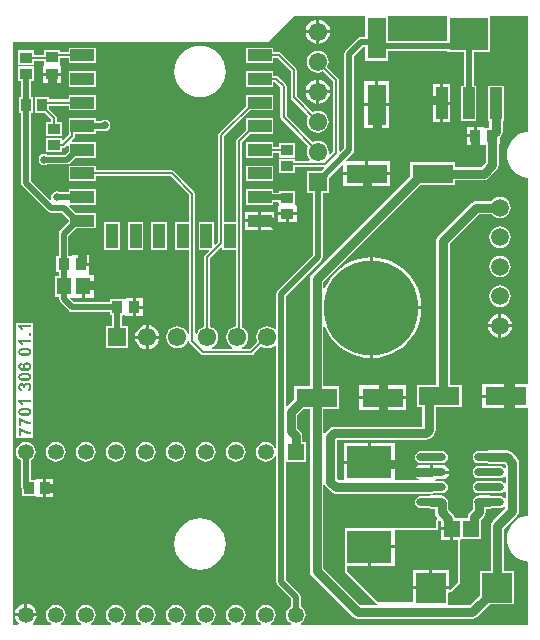
<source format=gtl>
G04*
G04 #@! TF.GenerationSoftware,Altium Limited,Altium Designer,23.6.0 (18)*
G04*
G04 Layer_Physical_Order=1*
G04 Layer_Color=255*
%FSLAX25Y25*%
%MOIN*%
G70*
G04*
G04 #@! TF.SameCoordinates,7954F5F0-22A1-4131-B6F7-0AC426F17986*
G04*
G04*
G04 #@! TF.FilePolarity,Positive*
G04*
G01*
G75*
%ADD13C,0.00787*%
%ADD32C,0.05900*%
%ADD33C,0.05315*%
%ADD34R,0.05315X0.05315*%
%ADD41R,0.07874X0.03937*%
%ADD42R,0.03937X0.07874*%
%ADD43R,0.06299X0.13780*%
%ADD44R,0.13780X0.06299*%
%ADD45R,0.03543X0.04134*%
%ADD46O,0.09843X0.02756*%
%ADD47R,0.05315X0.05709*%
%ADD48R,0.09843X0.09843*%
%ADD49R,0.15000X0.10984*%
%ADD50R,0.05118X0.05709*%
%ADD51R,0.03740X0.04134*%
%ADD52R,0.04134X0.03543*%
%ADD53R,0.12992X0.10630*%
%ADD54R,0.03937X0.10630*%
%ADD55R,0.04134X0.03740*%
%ADD56C,0.03150*%
%ADD57C,0.01968*%
%ADD58C,0.31496*%
%ADD59R,0.06102X0.06102*%
%ADD60C,0.06102*%
%ADD61R,0.06102X0.06102*%
%ADD62C,0.02559*%
G36*
X80590Y203465D02*
X80590Y203106D01*
Y195130D01*
X60748D01*
Y203106D01*
X60748Y203465D01*
X61189Y203606D01*
X80149D01*
X80590Y203465D01*
D02*
G37*
G36*
X107346Y164839D02*
X106649Y164770D01*
X105198Y164330D01*
X103861Y163616D01*
X102689Y162654D01*
X101727Y161482D01*
X101013Y160145D01*
X100573Y158694D01*
X100424Y157185D01*
X100573Y155676D01*
X101013Y154225D01*
X101727Y152888D01*
X102689Y151716D01*
X103861Y150754D01*
X105198Y150040D01*
X106649Y149600D01*
X107346Y149531D01*
Y80921D01*
X100500D01*
Y76772D01*
Y72622D01*
X107346D01*
Y36887D01*
X106649Y36818D01*
X105198Y36378D01*
X103861Y35663D01*
X102689Y34701D01*
X101727Y33529D01*
X101013Y32192D01*
X100573Y30741D01*
X100424Y29232D01*
X100573Y27723D01*
X101013Y26273D01*
X101727Y24936D01*
X102689Y23764D01*
X103861Y22802D01*
X105198Y22087D01*
X106649Y21647D01*
X107346Y21578D01*
Y528D01*
X31884D01*
X31753Y831D01*
X31744Y1028D01*
X32370Y1508D01*
X32894Y2191D01*
X33223Y2985D01*
X33335Y3839D01*
X33223Y4692D01*
X32894Y5486D01*
X32370Y6169D01*
X31687Y6693D01*
X31665Y6702D01*
Y9921D01*
X31541Y10543D01*
X31189Y11071D01*
X26803Y15457D01*
Y54902D01*
X33307D01*
Y61437D01*
X32267D01*
Y63573D01*
X32267Y63573D01*
X32098Y64425D01*
X31615Y65148D01*
X30574Y66189D01*
Y70436D01*
X32658Y72520D01*
X34780D01*
Y18406D01*
X34950Y17553D01*
X35432Y16830D01*
X49114Y3149D01*
X49836Y2666D01*
X50689Y2496D01*
X50689Y2497D01*
X88953D01*
X89805Y2666D01*
X90528Y3149D01*
X94741Y7362D01*
X102654D01*
Y18425D01*
X99472D01*
Y32542D01*
X103839Y36909D01*
X104322Y37632D01*
X104492Y38484D01*
Y54572D01*
X104322Y55425D01*
X103839Y56148D01*
X103839Y56148D01*
X101994Y57993D01*
X101271Y58476D01*
X100419Y58645D01*
X94587D01*
X93734Y58476D01*
X93687Y58444D01*
X91043D01*
X90268Y58290D01*
X89610Y57851D01*
X89170Y57193D01*
X89016Y56417D01*
X89170Y55642D01*
X89610Y54984D01*
X90268Y54545D01*
X91043Y54390D01*
X93687D01*
X93734Y54359D01*
X94587Y54189D01*
X99496D01*
X100036Y53649D01*
Y53043D01*
X99686Y52901D01*
X99536Y52869D01*
X98906Y53290D01*
X98130Y53444D01*
X91043D01*
X90268Y53290D01*
X89610Y52851D01*
X89170Y52193D01*
X89016Y51417D01*
X89170Y50642D01*
X89610Y49984D01*
X90268Y49545D01*
X91043Y49390D01*
X98130D01*
X98906Y49545D01*
X99536Y49966D01*
X99686Y49934D01*
X100036Y49791D01*
Y48043D01*
X99686Y47901D01*
X99536Y47869D01*
X98906Y48290D01*
X98130Y48445D01*
X91043D01*
X90268Y48290D01*
X89610Y47851D01*
X89170Y47193D01*
X89016Y46417D01*
X89170Y45642D01*
X89610Y44984D01*
X90268Y44545D01*
X91043Y44390D01*
X98130D01*
X98906Y44545D01*
X99536Y44966D01*
X99686Y44934D01*
X100036Y44791D01*
Y43043D01*
X99686Y42901D01*
X99536Y42869D01*
X98906Y43290D01*
X98130Y43444D01*
X95486D01*
X95439Y43476D01*
X94587Y43645D01*
X91437D01*
X90584Y43476D01*
X90324Y43301D01*
X90268Y43290D01*
X89610Y42851D01*
X89170Y42193D01*
X89016Y41417D01*
X89034Y41329D01*
X89012Y41221D01*
Y38994D01*
X87992Y37973D01*
X87509Y37250D01*
X87339Y36398D01*
Y36043D01*
X83086D01*
X82964Y36660D01*
X82481Y37382D01*
X80870Y38994D01*
Y41221D01*
X80848Y41329D01*
X80866Y41417D01*
X80711Y42193D01*
X80272Y42851D01*
X79614Y43290D01*
X79558Y43301D01*
X79297Y43476D01*
X78445Y43645D01*
X75295D01*
X74443Y43476D01*
X74396Y43444D01*
X71752D01*
X70976Y43290D01*
X70319Y42851D01*
X69879Y42193D01*
X69725Y41417D01*
X69879Y40642D01*
X70319Y39984D01*
X70976Y39544D01*
X71752Y39390D01*
X74396D01*
X74443Y39359D01*
X75295Y39189D01*
X76414D01*
Y38071D01*
X76583Y37218D01*
X77066Y36496D01*
X77239Y36323D01*
X77236Y36162D01*
X77118Y35737D01*
X77026Y35676D01*
X76891Y35474D01*
X76844Y35236D01*
Y32800D01*
X63124Y32758D01*
X62736Y32697D01*
X62736Y32697D01*
X62736Y32697D01*
X46516D01*
Y20492D01*
X46516Y20492D01*
X46485Y20359D01*
X46472Y20340D01*
X46425Y20102D01*
Y18406D01*
X46472Y18167D01*
X46607Y17966D01*
X57040Y7532D01*
X57160Y7452D01*
X57126Y7083D01*
X57077Y6952D01*
X51612D01*
X39236Y19328D01*
Y47018D01*
X39736Y47170D01*
X40058Y46687D01*
X41903Y44842D01*
X41903Y44842D01*
X42626Y44359D01*
X43479Y44190D01*
X75295D01*
X76148Y44359D01*
X76194Y44390D01*
X78839D01*
X79614Y44545D01*
X80272Y44984D01*
X80711Y45642D01*
X80866Y46417D01*
X80711Y47193D01*
X80272Y47851D01*
X79614Y48290D01*
X78839Y48445D01*
X76559D01*
X76511Y48493D01*
X76720Y48993D01*
X78839D01*
X79766Y49177D01*
X80553Y49703D01*
X81079Y50489D01*
X81164Y50917D01*
X75295D01*
X69427D01*
X69512Y50489D01*
X70038Y49703D01*
X70824Y49177D01*
X70986Y49145D01*
X70937Y48645D01*
X63126D01*
Y54205D01*
X54626D01*
X46126D01*
Y48645D01*
X44402D01*
X43862Y49185D01*
Y62142D01*
X73407D01*
X74259Y62312D01*
X74982Y62795D01*
X76083Y63896D01*
X76566Y64619D01*
X76736Y65471D01*
Y73012D01*
X85453D01*
Y80532D01*
X81362D01*
Y127522D01*
X91179Y137339D01*
X95352D01*
X95591Y137028D01*
X96334Y136457D01*
X97201Y136098D01*
X98130Y135976D01*
X99059Y136098D01*
X99925Y136457D01*
X100669Y137028D01*
X101240Y137771D01*
X101599Y138637D01*
X101721Y139567D01*
X101599Y140496D01*
X101240Y141362D01*
X100669Y142106D01*
X99925Y142677D01*
X99059Y143035D01*
X98130Y143158D01*
X97201Y143035D01*
X96334Y142677D01*
X95591Y142106D01*
X95352Y141795D01*
X90256D01*
X89403Y141625D01*
X88681Y141142D01*
X77558Y130020D01*
X77076Y129297D01*
X76906Y128445D01*
Y80532D01*
X70453D01*
Y73012D01*
X72280D01*
Y66598D01*
X42735D01*
X41883Y66428D01*
X41160Y65945D01*
X40058Y64844D01*
X39736Y64361D01*
X39236Y64513D01*
Y72520D01*
X44508D01*
Y80039D01*
X39236D01*
Y99699D01*
X39710Y99778D01*
X40681Y97809D01*
X41901Y95983D01*
X43349Y94333D01*
X44999Y92885D01*
X46825Y91665D01*
X48794Y90694D01*
X50872Y89989D01*
X53026Y89560D01*
X54716Y89450D01*
Y106201D01*
Y122952D01*
X53026Y122841D01*
X50872Y122413D01*
X48794Y121707D01*
X46825Y120736D01*
X44999Y119516D01*
X43349Y118069D01*
X41901Y116418D01*
X40681Y114593D01*
X39710Y112624D01*
X39236Y112702D01*
Y114924D01*
X71438Y147126D01*
X83287D01*
Y148658D01*
X92716D01*
X93569Y148828D01*
X94292Y149311D01*
X97146Y152165D01*
X97629Y152888D01*
X97799Y153740D01*
X97799Y153740D01*
Y160807D01*
X98051D01*
Y163102D01*
X98327Y163287D01*
X98810Y164010D01*
X98980Y164862D01*
Y168386D01*
X99331D01*
Y180236D01*
X94173D01*
Y168386D01*
X94524D01*
Y166161D01*
X93232D01*
X93090Y166161D01*
X92732Y166504D01*
Y166551D01*
X90362D01*
Y163484D01*
Y160417D01*
X92732D01*
Y160417D01*
X93228Y160406D01*
X93343Y160357D01*
Y154663D01*
X91794Y153114D01*
X83287D01*
Y154646D01*
X68287D01*
Y150277D01*
X35432Y117422D01*
X34950Y116699D01*
X34780Y115847D01*
Y80039D01*
X29508D01*
Y75670D01*
X27265Y73427D01*
X26803Y73619D01*
Y94335D01*
X26823Y94434D01*
Y98283D01*
X26803Y98382D01*
Y110143D01*
X38551Y121892D01*
X38904Y122419D01*
X39027Y123041D01*
Y144587D01*
X41063D01*
Y149610D01*
X45388Y153936D01*
X45850Y153744D01*
Y151386D01*
X53240D01*
Y155035D01*
X47141D01*
X46950Y155497D01*
X48984Y157531D01*
X49337Y158059D01*
X49460Y158681D01*
Y190173D01*
X52445Y193158D01*
X53228D01*
Y188465D01*
X60748D01*
Y191878D01*
X80590D01*
Y191614D01*
X86071D01*
Y180236D01*
X85118D01*
Y168386D01*
X90276D01*
Y180236D01*
X89323D01*
Y191614D01*
X94803D01*
Y203106D01*
X94803Y203465D01*
X95244Y203606D01*
X107346D01*
Y164839D01*
D02*
G37*
G36*
X53228Y203465D02*
X53228Y203106D01*
Y196409D01*
X51772D01*
X51149Y196285D01*
X50622Y195933D01*
X46685Y191996D01*
X46333Y191469D01*
X46209Y190847D01*
Y159354D01*
X45028Y158173D01*
X44528Y158380D01*
Y182146D01*
X44450Y182537D01*
X44228Y182870D01*
X40628Y186469D01*
X40969Y187292D01*
X41095Y188248D01*
X40969Y189204D01*
X40600Y190094D01*
X40013Y190859D01*
X39248Y191446D01*
X38357Y191815D01*
X37402Y191941D01*
X36446Y191815D01*
X35555Y191446D01*
X34790Y190859D01*
X34203Y190094D01*
X33834Y189204D01*
X33709Y188248D01*
X33834Y187292D01*
X34203Y186401D01*
X34790Y185637D01*
X35555Y185050D01*
X36446Y184681D01*
X37402Y184555D01*
X38357Y184681D01*
X39180Y185022D01*
X42480Y181722D01*
Y158298D01*
X41473Y157290D01*
X40999Y157524D01*
X41095Y158248D01*
X40969Y159204D01*
X40600Y160094D01*
X40013Y160859D01*
X39248Y161446D01*
X38357Y161815D01*
X37402Y161941D01*
X36446Y161815D01*
X35623Y161474D01*
X27008Y170089D01*
Y180118D01*
X26930Y180510D01*
X26708Y180842D01*
X24346Y183204D01*
X24014Y183426D01*
X23622Y183504D01*
X22559D01*
Y185059D01*
X13465D01*
Y179902D01*
X22559D01*
Y181457D01*
X23198D01*
X24961Y179694D01*
Y169665D01*
X25039Y169274D01*
X25260Y168942D01*
X34175Y160027D01*
X33834Y159204D01*
X33709Y158248D01*
X33834Y157292D01*
X34203Y156402D01*
X34729Y155717D01*
X34594Y155217D01*
X29941D01*
Y155728D01*
X24587D01*
Y150965D01*
X29941D01*
Y153169D01*
X39317D01*
X39524Y152669D01*
X38764Y151909D01*
X33740D01*
Y144587D01*
X35776D01*
Y123715D01*
X24028Y111967D01*
X23675Y111439D01*
X23551Y110817D01*
Y99220D01*
X23051Y99055D01*
X22398Y99556D01*
X21507Y99925D01*
X20551Y100051D01*
X19595Y99925D01*
X18705Y99556D01*
X17940Y98970D01*
X17353Y98205D01*
X16984Y97314D01*
X16858Y96358D01*
X16984Y95402D01*
X17187Y94914D01*
X14832Y92559D01*
X12253D01*
X12154Y93059D01*
X12398Y93160D01*
X13162Y93747D01*
X13749Y94512D01*
X14118Y95402D01*
X14244Y96358D01*
X14118Y97314D01*
X13749Y98205D01*
X13162Y98970D01*
X12398Y99556D01*
X12165Y99653D01*
Y161407D01*
X14912Y164154D01*
X22559D01*
Y169311D01*
X13465D01*
Y165601D01*
X10418Y162555D01*
X10196Y162223D01*
X10118Y161831D01*
Y134665D01*
X6221D01*
Y163336D01*
X14912Y172028D01*
X22559D01*
Y177185D01*
X13465D01*
Y173475D01*
X4473Y164484D01*
X4251Y164152D01*
X4173Y163760D01*
Y128118D01*
X3336Y127281D01*
X2874Y127472D01*
Y134665D01*
X-2283D01*
Y125571D01*
X972D01*
X1164Y125109D01*
X-173Y123773D01*
X-395Y123440D01*
X-472Y123049D01*
Y99897D01*
X-1295Y99556D01*
X-2060Y98970D01*
X-2647Y98205D01*
X-2905Y97581D01*
X-3405Y97680D01*
Y144193D01*
X-3483Y144585D01*
X-3705Y144917D01*
X-10497Y151708D01*
X-10829Y151930D01*
X-11220Y152008D01*
X-36496D01*
Y153563D01*
X-45591D01*
Y148406D01*
X-36496D01*
Y149961D01*
X-11644D01*
X-5453Y143769D01*
Y134665D01*
X-10158D01*
Y125571D01*
X-5453D01*
Y97585D01*
X-5953Y97486D01*
X-6251Y98205D01*
X-6837Y98970D01*
X-7602Y99556D01*
X-8493Y99925D01*
X-9449Y100051D01*
X-10405Y99925D01*
X-11295Y99556D01*
X-12060Y98970D01*
X-12647Y98205D01*
X-13016Y97314D01*
X-13142Y96358D01*
X-13016Y95402D01*
X-12647Y94512D01*
X-12060Y93747D01*
X-11295Y93160D01*
X-10405Y92791D01*
X-9449Y92665D01*
X-8493Y92791D01*
X-7602Y93160D01*
X-6837Y93747D01*
X-6251Y94512D01*
X-5953Y95231D01*
X-5453Y95131D01*
Y95079D01*
X-5375Y94687D01*
X-5153Y94355D01*
X-1610Y90812D01*
X-1278Y90590D01*
X-886Y90512D01*
X15256D01*
X15648Y90590D01*
X15980Y90812D01*
X18492Y93323D01*
X18705Y93160D01*
X19595Y92791D01*
X20551Y92665D01*
X21507Y92791D01*
X22398Y93160D01*
X23051Y93662D01*
X23551Y93497D01*
Y59536D01*
X23051Y59437D01*
X22894Y59817D01*
X22370Y60500D01*
X21687Y61024D01*
X20892Y61353D01*
X20039Y61465D01*
X19186Y61353D01*
X18391Y61024D01*
X17709Y60500D01*
X17185Y59817D01*
X16856Y59022D01*
X16744Y58169D01*
X16856Y57316D01*
X17185Y56521D01*
X17709Y55839D01*
X18391Y55315D01*
X19186Y54986D01*
X20039Y54873D01*
X20892Y54986D01*
X21687Y55315D01*
X22370Y55839D01*
X22894Y56521D01*
X23051Y56902D01*
X23551Y56803D01*
Y14784D01*
X23675Y14161D01*
X24028Y13634D01*
X28414Y9248D01*
Y6702D01*
X28391Y6693D01*
X27709Y6169D01*
X27185Y5486D01*
X26856Y4692D01*
X26744Y3839D01*
X26856Y2985D01*
X27185Y2191D01*
X27709Y1508D01*
X28335Y1028D01*
X28325Y831D01*
X28195Y528D01*
X21884D01*
X21753Y831D01*
X21744Y1028D01*
X22370Y1508D01*
X22894Y2191D01*
X23223Y2985D01*
X23335Y3839D01*
X23223Y4692D01*
X22894Y5486D01*
X22370Y6169D01*
X21687Y6693D01*
X20892Y7022D01*
X20039Y7135D01*
X19186Y7022D01*
X18391Y6693D01*
X17709Y6169D01*
X17185Y5486D01*
X16856Y4692D01*
X16744Y3839D01*
X16856Y2985D01*
X17185Y2191D01*
X17709Y1508D01*
X18335Y1028D01*
X18325Y831D01*
X18195Y528D01*
X11884D01*
X11753Y831D01*
X11744Y1028D01*
X12370Y1508D01*
X12894Y2191D01*
X13223Y2985D01*
X13335Y3839D01*
X13223Y4692D01*
X12894Y5486D01*
X12370Y6169D01*
X11687Y6693D01*
X10892Y7022D01*
X10039Y7135D01*
X9186Y7022D01*
X8391Y6693D01*
X7709Y6169D01*
X7185Y5486D01*
X6856Y4692D01*
X6743Y3839D01*
X6856Y2985D01*
X7185Y2191D01*
X7709Y1508D01*
X8335Y1028D01*
X8325Y831D01*
X8195Y528D01*
X1884D01*
X1753Y831D01*
X1744Y1028D01*
X2370Y1508D01*
X2894Y2191D01*
X3223Y2985D01*
X3335Y3839D01*
X3223Y4692D01*
X2894Y5486D01*
X2370Y6169D01*
X1687Y6693D01*
X892Y7022D01*
X39Y7135D01*
X-814Y7022D01*
X-1609Y6693D01*
X-2291Y6169D01*
X-2815Y5486D01*
X-3144Y4692D01*
X-3257Y3839D01*
X-3144Y2985D01*
X-2815Y2191D01*
X-2291Y1508D01*
X-1665Y1028D01*
X-1675Y831D01*
X-1805Y528D01*
X-8116D01*
X-8247Y831D01*
X-8256Y1028D01*
X-7630Y1508D01*
X-7106Y2191D01*
X-6777Y2985D01*
X-6665Y3839D01*
X-6777Y4692D01*
X-7106Y5486D01*
X-7630Y6169D01*
X-8313Y6693D01*
X-9108Y7022D01*
X-9961Y7135D01*
X-10814Y7022D01*
X-11609Y6693D01*
X-12291Y6169D01*
X-12815Y5486D01*
X-13144Y4692D01*
X-13257Y3839D01*
X-13144Y2985D01*
X-12815Y2191D01*
X-12291Y1508D01*
X-11665Y1028D01*
X-11675Y831D01*
X-11805Y528D01*
X-18116D01*
X-18247Y831D01*
X-18256Y1028D01*
X-17630Y1508D01*
X-17106Y2191D01*
X-16777Y2985D01*
X-16665Y3839D01*
X-16777Y4692D01*
X-17106Y5486D01*
X-17630Y6169D01*
X-18313Y6693D01*
X-19108Y7022D01*
X-19961Y7135D01*
X-20814Y7022D01*
X-21609Y6693D01*
X-22291Y6169D01*
X-22815Y5486D01*
X-23144Y4692D01*
X-23257Y3839D01*
X-23144Y2985D01*
X-22815Y2191D01*
X-22291Y1508D01*
X-21665Y1028D01*
X-21675Y831D01*
X-21805Y528D01*
X-28116D01*
X-28247Y831D01*
X-28256Y1028D01*
X-27630Y1508D01*
X-27106Y2191D01*
X-26777Y2985D01*
X-26665Y3839D01*
X-26777Y4692D01*
X-27106Y5486D01*
X-27630Y6169D01*
X-28313Y6693D01*
X-29108Y7022D01*
X-29961Y7135D01*
X-30814Y7022D01*
X-31609Y6693D01*
X-32291Y6169D01*
X-32815Y5486D01*
X-33144Y4692D01*
X-33257Y3839D01*
X-33144Y2985D01*
X-32815Y2191D01*
X-32291Y1508D01*
X-31665Y1028D01*
X-31675Y831D01*
X-31805Y528D01*
X-38116D01*
X-38247Y831D01*
X-38256Y1028D01*
X-37630Y1508D01*
X-37106Y2191D01*
X-36777Y2985D01*
X-36665Y3839D01*
X-36777Y4692D01*
X-37106Y5486D01*
X-37630Y6169D01*
X-38313Y6693D01*
X-39108Y7022D01*
X-39961Y7135D01*
X-40814Y7022D01*
X-41609Y6693D01*
X-42291Y6169D01*
X-42815Y5486D01*
X-43144Y4692D01*
X-43257Y3839D01*
X-43144Y2985D01*
X-42815Y2191D01*
X-42291Y1508D01*
X-41665Y1028D01*
X-41675Y831D01*
X-41805Y528D01*
X-48116D01*
X-48247Y831D01*
X-48256Y1028D01*
X-47630Y1508D01*
X-47106Y2191D01*
X-46777Y2985D01*
X-46665Y3839D01*
X-46777Y4692D01*
X-47106Y5486D01*
X-47630Y6169D01*
X-48313Y6693D01*
X-49108Y7022D01*
X-49961Y7135D01*
X-50814Y7022D01*
X-51609Y6693D01*
X-52291Y6169D01*
X-52815Y5486D01*
X-53144Y4692D01*
X-53257Y3839D01*
X-53144Y2985D01*
X-52815Y2191D01*
X-52291Y1508D01*
X-51665Y1028D01*
X-51675Y831D01*
X-51805Y528D01*
X-57446D01*
X-57616Y1028D01*
X-57352Y1230D01*
X-56766Y1994D01*
X-56397Y2884D01*
X-56337Y3339D01*
X-59961D01*
X-63584D01*
X-63524Y2884D01*
X-63155Y1994D01*
X-62569Y1230D01*
X-62305Y1028D01*
X-62475Y528D01*
X-64236D01*
Y194783D01*
X20965D01*
X29787Y203606D01*
X52787D01*
X53228Y203465D01*
D02*
G37*
G36*
X5591Y125987D02*
Y125571D01*
X10118D01*
Y99994D01*
X9595Y99925D01*
X8705Y99556D01*
X7940Y98970D01*
X7353Y98205D01*
X6984Y97314D01*
X6858Y96358D01*
X6984Y95402D01*
X7353Y94512D01*
X7940Y93747D01*
X8705Y93160D01*
X8948Y93059D01*
X8849Y92559D01*
X2253D01*
X2154Y93059D01*
X2398Y93160D01*
X3162Y93747D01*
X3749Y94512D01*
X4118Y95402D01*
X4244Y96358D01*
X4118Y97314D01*
X3749Y98205D01*
X3162Y98970D01*
X2398Y99556D01*
X1575Y99897D01*
Y122625D01*
X5129Y126179D01*
X5591Y125987D01*
D02*
G37*
G36*
X78331Y33079D02*
X81988D01*
Y32579D01*
X82488D01*
Y28724D01*
X84153D01*
Y14665D01*
X81505Y12017D01*
X81043Y12208D01*
Y12394D01*
X75122D01*
X69201D01*
Y7972D01*
X57480D01*
X47047Y18406D01*
Y20102D01*
X54126D01*
Y26594D01*
X54626D01*
Y27095D01*
X63126D01*
Y32136D01*
X77466Y32179D01*
Y35236D01*
X78331D01*
Y33079D01*
D02*
G37*
G36*
X99913Y39699D02*
X99958Y39329D01*
X95669Y35040D01*
X95186Y34317D01*
X95016Y33465D01*
Y18425D01*
X91590D01*
Y10513D01*
X88030Y6952D01*
X80871D01*
X80654Y7362D01*
Y11155D01*
X81154Y11489D01*
X81267Y11442D01*
X81267Y11442D01*
X81505Y11395D01*
X81743Y11442D01*
X81945Y11577D01*
X81945Y11577D01*
X84593Y14225D01*
X84728Y14427D01*
X84776Y14665D01*
Y28724D01*
X85183Y29114D01*
X91752D01*
Y33446D01*
X91795Y33661D01*
X91795Y33661D01*
Y35475D01*
X92816Y36496D01*
X93298Y37218D01*
X93468Y38071D01*
Y39189D01*
X94587D01*
X95439Y39359D01*
X95486Y39390D01*
X98130D01*
X98906Y39544D01*
X99428Y39893D01*
X99913Y39699D01*
D02*
G37*
%LPC*%
G36*
X81610Y180626D02*
X79142D01*
Y174811D01*
X81610D01*
Y180626D01*
D02*
G37*
G36*
X78142D02*
X75673D01*
Y174811D01*
X78142D01*
Y180626D01*
D02*
G37*
G36*
X61138Y181807D02*
X57488D01*
Y174417D01*
X61138D01*
Y181807D01*
D02*
G37*
G36*
X56488D02*
X52839D01*
Y174417D01*
X56488D01*
Y181807D01*
D02*
G37*
G36*
X81610Y173811D02*
X79142D01*
Y167996D01*
X81610D01*
Y173811D01*
D02*
G37*
G36*
X78142D02*
X75673D01*
Y167996D01*
X78142D01*
Y173811D01*
D02*
G37*
G36*
X61138Y173417D02*
X57488D01*
Y166028D01*
X61138D01*
Y173417D01*
D02*
G37*
G36*
X56488D02*
X52839D01*
Y166028D01*
X56488D01*
Y173417D01*
D02*
G37*
G36*
X89362Y166551D02*
X86992D01*
Y163984D01*
X89362D01*
Y166551D01*
D02*
G37*
G36*
Y162984D02*
X86992D01*
Y160417D01*
X89362D01*
Y162984D01*
D02*
G37*
G36*
X61630Y155035D02*
X54240D01*
Y151386D01*
X61630D01*
Y155035D01*
D02*
G37*
G36*
Y150386D02*
X54240D01*
Y146736D01*
X61630D01*
Y150386D01*
D02*
G37*
G36*
X53240D02*
X45850D01*
Y146736D01*
X53240D01*
Y150386D01*
D02*
G37*
G36*
X98130Y133315D02*
X97201Y133193D01*
X96334Y132834D01*
X95591Y132264D01*
X95020Y131520D01*
X94661Y130654D01*
X94539Y129724D01*
X94661Y128795D01*
X95020Y127929D01*
X95591Y127185D01*
X96334Y126615D01*
X97201Y126256D01*
X98130Y126133D01*
X99059Y126256D01*
X99925Y126615D01*
X100669Y127185D01*
X101240Y127929D01*
X101599Y128795D01*
X101721Y129724D01*
X101599Y130654D01*
X101240Y131520D01*
X100669Y132264D01*
X99925Y132834D01*
X99059Y133193D01*
X98130Y133315D01*
D02*
G37*
G36*
Y123473D02*
X97201Y123351D01*
X96334Y122992D01*
X95591Y122421D01*
X95020Y121677D01*
X94661Y120811D01*
X94539Y119882D01*
X94661Y118953D01*
X95020Y118086D01*
X95591Y117343D01*
X96334Y116772D01*
X97201Y116413D01*
X98130Y116291D01*
X99059Y116413D01*
X99925Y116772D01*
X100669Y117343D01*
X101240Y118086D01*
X101599Y118953D01*
X101721Y119882D01*
X101599Y120811D01*
X101240Y121677D01*
X100669Y122421D01*
X99925Y122992D01*
X99059Y123351D01*
X98130Y123473D01*
D02*
G37*
G36*
X55717Y122952D02*
Y106701D01*
X71968D01*
X71857Y108391D01*
X71429Y110545D01*
X70723Y112624D01*
X69752Y114593D01*
X68532Y116418D01*
X67085Y118069D01*
X65434Y119516D01*
X63608Y120736D01*
X61639Y121707D01*
X59561Y122413D01*
X57407Y122841D01*
X55717Y122952D01*
D02*
G37*
G36*
X98130Y113630D02*
X97201Y113508D01*
X96334Y113149D01*
X95591Y112579D01*
X95020Y111835D01*
X94661Y110969D01*
X94539Y110039D01*
X94661Y109110D01*
X95020Y108244D01*
X95591Y107500D01*
X96334Y106930D01*
X97201Y106571D01*
X98130Y106448D01*
X99059Y106571D01*
X99925Y106930D01*
X100669Y107500D01*
X101240Y108244D01*
X101599Y109110D01*
X101721Y110039D01*
X101599Y110969D01*
X101240Y111835D01*
X100669Y112579D01*
X99925Y113149D01*
X99059Y113508D01*
X98130Y113630D01*
D02*
G37*
G36*
X98630Y104115D02*
Y100697D01*
X102048D01*
X101978Y101228D01*
X101580Y102189D01*
X100947Y103014D01*
X100122Y103647D01*
X99161Y104045D01*
X98630Y104115D01*
D02*
G37*
G36*
X97630D02*
X97099Y104045D01*
X96138Y103647D01*
X95313Y103014D01*
X94680Y102189D01*
X94282Y101228D01*
X94212Y100697D01*
X97630D01*
Y104115D01*
D02*
G37*
G36*
X102048Y99697D02*
X98630D01*
Y96279D01*
X99161Y96349D01*
X100122Y96747D01*
X100947Y97380D01*
X101580Y98205D01*
X101978Y99166D01*
X102048Y99697D01*
D02*
G37*
G36*
X97630D02*
X94212D01*
X94282Y99166D01*
X94680Y98205D01*
X95313Y97380D01*
X96138Y96747D01*
X97099Y96349D01*
X97630Y96279D01*
Y99697D01*
D02*
G37*
G36*
X71968Y105701D02*
X55717D01*
Y89450D01*
X57407Y89560D01*
X59561Y89989D01*
X61639Y90694D01*
X63608Y91665D01*
X65434Y92885D01*
X67085Y94333D01*
X68532Y95983D01*
X69752Y97809D01*
X70723Y99778D01*
X71429Y101857D01*
X71857Y104010D01*
X71968Y105701D01*
D02*
G37*
G36*
X99500Y80921D02*
X92110D01*
Y77272D01*
X99500D01*
Y80921D01*
D02*
G37*
G36*
X66945Y80429D02*
X59555D01*
Y76780D01*
X66945D01*
Y80429D01*
D02*
G37*
G36*
X58555D02*
X51165D01*
Y76780D01*
X58555D01*
Y80429D01*
D02*
G37*
G36*
X99500Y76272D02*
X92110D01*
Y72622D01*
X99500D01*
Y76272D01*
D02*
G37*
G36*
X66945Y75779D02*
X59555D01*
Y72130D01*
X66945D01*
Y75779D01*
D02*
G37*
G36*
X58555D02*
X51165D01*
Y72130D01*
X58555D01*
Y75779D01*
D02*
G37*
G36*
X63126Y61197D02*
X55126D01*
Y55205D01*
X63126D01*
Y61197D01*
D02*
G37*
G36*
X54126D02*
X46126D01*
Y55205D01*
X54126D01*
Y61197D01*
D02*
G37*
G36*
X78839Y58444D02*
X71752D01*
X70976Y58290D01*
X70319Y57851D01*
X69879Y57193D01*
X69725Y56417D01*
X69879Y55642D01*
X70319Y54984D01*
X70976Y54545D01*
X71752Y54390D01*
X78839D01*
X79614Y54545D01*
X80272Y54984D01*
X80711Y55642D01*
X80866Y56417D01*
X80711Y57193D01*
X80272Y57851D01*
X79614Y58290D01*
X78839Y58444D01*
D02*
G37*
G36*
Y53842D02*
X75795D01*
Y51917D01*
X81164D01*
X81079Y52345D01*
X80553Y53132D01*
X79766Y53657D01*
X78839Y53842D01*
D02*
G37*
G36*
X74795D02*
X71752D01*
X70824Y53657D01*
X70038Y53132D01*
X69512Y52345D01*
X69427Y51917D01*
X74795D01*
Y53842D01*
D02*
G37*
G36*
X37902Y202268D02*
Y198748D01*
X41422D01*
X41348Y199306D01*
X40940Y200291D01*
X40291Y201137D01*
X39445Y201787D01*
X38459Y202195D01*
X37902Y202268D01*
D02*
G37*
G36*
X36902Y202268D02*
X36344Y202195D01*
X35359Y201787D01*
X34512Y201137D01*
X33863Y200291D01*
X33455Y199306D01*
X33381Y198748D01*
X36902D01*
Y202268D01*
D02*
G37*
G36*
X41422Y197748D02*
X37902D01*
Y194228D01*
X38459Y194301D01*
X39445Y194709D01*
X40291Y195359D01*
X40940Y196205D01*
X41348Y197190D01*
X41422Y197748D01*
D02*
G37*
G36*
X36902D02*
X33381D01*
X33455Y197190D01*
X33863Y196205D01*
X34512Y195359D01*
X35359Y194709D01*
X36344Y194301D01*
X36902Y194228D01*
Y197748D01*
D02*
G37*
G36*
X-36496Y192933D02*
X-45591D01*
Y191378D01*
X-48602D01*
Y192146D01*
X-53957D01*
Y190591D01*
X-57165D01*
Y191949D01*
X-62520D01*
Y187185D01*
X-57165D01*
Y188543D01*
X-53957D01*
Y187327D01*
X-53957Y187185D01*
X-54299Y186827D01*
X-54347D01*
Y184457D01*
X-51279D01*
X-48213D01*
Y186827D01*
X-48260D01*
X-48602Y187185D01*
X-48602Y187327D01*
Y189331D01*
X-45591D01*
Y187776D01*
X-36496D01*
Y192933D01*
D02*
G37*
G36*
X-48213Y183457D02*
X-50779D01*
Y181087D01*
X-48213D01*
Y183457D01*
D02*
G37*
G36*
X-51780D02*
X-54347D01*
Y181087D01*
X-51780D01*
Y183457D01*
D02*
G37*
G36*
X-36496Y185059D02*
X-45591D01*
Y179902D01*
X-36496D01*
Y185059D01*
D02*
G37*
G36*
X37902Y182268D02*
Y178748D01*
X41422D01*
X41348Y179306D01*
X40940Y180291D01*
X40291Y181137D01*
X39445Y181787D01*
X38459Y182195D01*
X37902Y182268D01*
D02*
G37*
G36*
X36902Y182268D02*
X36344Y182195D01*
X35359Y181787D01*
X34512Y181137D01*
X33863Y180291D01*
X33455Y179306D01*
X33381Y178748D01*
X36902D01*
Y182268D01*
D02*
G37*
G36*
X-1870Y193466D02*
X-3533Y193302D01*
X-5133Y192817D01*
X-6606Y192030D01*
X-7898Y190969D01*
X-8959Y189677D01*
X-9746Y188203D01*
X-10232Y186604D01*
X-10395Y184941D01*
X-10232Y183278D01*
X-9746Y181678D01*
X-8959Y180204D01*
X-7898Y178913D01*
X-6606Y177852D01*
X-5133Y177065D01*
X-3533Y176579D01*
X-1870Y176416D01*
X-207Y176579D01*
X1392Y177065D01*
X2866Y177852D01*
X4158Y178913D01*
X5218Y180204D01*
X6006Y181678D01*
X6491Y183278D01*
X6655Y184941D01*
X6491Y186604D01*
X6006Y188203D01*
X5218Y189677D01*
X4158Y190969D01*
X2866Y192030D01*
X1392Y192817D01*
X-207Y193302D01*
X-1870Y193466D01*
D02*
G37*
G36*
X-36496Y177185D02*
X-45591D01*
Y175630D01*
X-52244D01*
Y176398D01*
X-57008D01*
Y171043D01*
X-53692D01*
X-51614Y168966D01*
Y168130D01*
X-53268D01*
Y163366D01*
X-47913D01*
Y168130D01*
X-49567D01*
Y169390D01*
X-49645Y169781D01*
X-49867Y170114D01*
X-52244Y172491D01*
Y173583D01*
X-45591D01*
Y172028D01*
X-36496D01*
Y177185D01*
D02*
G37*
G36*
X41422Y177748D02*
X37902D01*
Y174228D01*
X38459Y174301D01*
X39445Y174709D01*
X40291Y175359D01*
X40940Y176205D01*
X41348Y177190D01*
X41422Y177748D01*
D02*
G37*
G36*
X36902D02*
X33381D01*
X33455Y177190D01*
X33863Y176205D01*
X34512Y175359D01*
X35359Y174709D01*
X36344Y174301D01*
X36902Y174228D01*
Y177748D01*
D02*
G37*
G36*
X-36496Y169311D02*
X-45591D01*
Y165256D01*
X-45610Y165157D01*
Y163790D01*
X-47451Y161949D01*
X-47913Y162140D01*
Y162815D01*
X-53268D01*
Y158051D01*
X-47913D01*
Y159409D01*
X-47520D01*
X-47128Y159487D01*
X-46796Y159709D01*
X-46053Y160453D01*
X-45591Y160261D01*
Y158579D01*
X-46933Y157236D01*
X-52772D01*
X-53003Y157390D01*
X-53740Y157537D01*
X-54478Y157390D01*
X-55103Y156973D01*
X-55520Y156348D01*
X-55667Y155610D01*
X-55520Y154873D01*
X-55103Y154248D01*
X-54478Y153830D01*
X-53740Y153683D01*
X-53003Y153830D01*
X-52772Y153984D01*
X-46260D01*
X-45638Y154108D01*
X-45110Y154461D01*
X-43291Y156280D01*
X-36496D01*
Y161437D01*
X-44415D01*
X-44606Y161899D01*
X-43863Y162642D01*
X-43641Y162974D01*
X-43563Y163366D01*
Y164154D01*
X-36496D01*
Y165107D01*
X-34086D01*
X-33661Y165022D01*
X-32924Y165169D01*
X-32299Y165586D01*
X-31881Y166211D01*
X-31735Y166949D01*
X-31881Y167686D01*
X-32299Y168311D01*
X-32924Y168729D01*
X-33661Y168876D01*
X-34399Y168729D01*
X-34954Y168358D01*
X-36496D01*
Y169311D01*
D02*
G37*
G36*
X22559Y192933D02*
X13465D01*
Y187776D01*
X22559D01*
Y189331D01*
X23985D01*
X28307Y185009D01*
Y176319D01*
X28385Y175927D01*
X28607Y175595D01*
X34175Y170027D01*
X33834Y169204D01*
X33709Y168248D01*
X33834Y167292D01*
X34203Y166402D01*
X34790Y165637D01*
X35555Y165050D01*
X36446Y164681D01*
X37402Y164555D01*
X38357Y164681D01*
X39248Y165050D01*
X40013Y165637D01*
X40600Y166402D01*
X40969Y167292D01*
X41095Y168248D01*
X40969Y169204D01*
X40600Y170095D01*
X40013Y170859D01*
X39248Y171446D01*
X38357Y171815D01*
X37402Y171941D01*
X36446Y171815D01*
X35623Y171474D01*
X30354Y176743D01*
Y185433D01*
X30276Y185825D01*
X30055Y186157D01*
X25133Y191078D01*
X24801Y191300D01*
X24409Y191378D01*
X22559D01*
Y192933D01*
D02*
G37*
G36*
Y161437D02*
X13465D01*
Y156280D01*
X22559D01*
Y157638D01*
X24587D01*
Y156280D01*
X29941D01*
Y161043D01*
X24587D01*
Y159685D01*
X22559D01*
Y161437D01*
D02*
G37*
G36*
Y153563D02*
X13465D01*
Y148406D01*
X22559D01*
Y153563D01*
D02*
G37*
G36*
X-57165Y186634D02*
X-62520D01*
Y181870D01*
X-61518D01*
Y176398D01*
X-62323D01*
Y171043D01*
X-61567D01*
Y147933D01*
X-61443Y147311D01*
X-61090Y146783D01*
X-52626Y138319D01*
X-52099Y137967D01*
X-51476Y137843D01*
X-47918D01*
X-45591Y135516D01*
Y134957D01*
X-48492Y132055D01*
X-48845Y131528D01*
X-48968Y130906D01*
Y123346D01*
X-49823D01*
Y117992D01*
X-48870D01*
Y116850D01*
X-50315D01*
Y109921D01*
X-48771D01*
Y109134D01*
X-48648Y108512D01*
X-48295Y107984D01*
X-45559Y105248D01*
X-45032Y104896D01*
X-44409Y104772D01*
X-31909D01*
Y103720D01*
X-31055D01*
Y100020D01*
X-33110D01*
Y92697D01*
X-25787D01*
Y100020D01*
X-27803D01*
Y103367D01*
X-27450Y103720D01*
X-26949Y103720D01*
X-26591Y103378D01*
Y103331D01*
X-24220D01*
Y106398D01*
Y109465D01*
X-26591D01*
Y109417D01*
X-26949Y109075D01*
X-27091Y109075D01*
X-31909D01*
Y108023D01*
X-43736D01*
X-45134Y109421D01*
X-44927Y109921D01*
X-44405D01*
Y109531D01*
X-41346D01*
Y113386D01*
X-40846D01*
Y113886D01*
X-37287D01*
Y117240D01*
X-38431D01*
X-38764Y117602D01*
X-38764Y117740D01*
Y120169D01*
X-41634D01*
Y120669D01*
X-42134D01*
Y123736D01*
X-44504D01*
Y123689D01*
X-44862Y123346D01*
X-45004Y123346D01*
X-45717D01*
Y130232D01*
X-43291Y132658D01*
X-36496D01*
Y137815D01*
X-43291D01*
X-45508Y140032D01*
X-45301Y140532D01*
X-45227Y140532D01*
X-45227Y140532D01*
X-45211Y140532D01*
X-36496D01*
Y145689D01*
X-45591D01*
Y144736D01*
X-48638D01*
X-48869Y144890D01*
X-49606Y145037D01*
X-50344Y144890D01*
X-50969Y144473D01*
X-51386Y143848D01*
X-51533Y143110D01*
X-51386Y142373D01*
X-51799Y142090D01*
X-58315Y148606D01*
Y171043D01*
X-57559D01*
Y176398D01*
X-58266D01*
Y181870D01*
X-57165D01*
Y186634D01*
D02*
G37*
G36*
X22559Y145689D02*
X13465D01*
Y140532D01*
X22559D01*
Y141337D01*
X24233D01*
X24565Y141005D01*
X24537Y140504D01*
X24197Y140272D01*
X24197Y140167D01*
Y138000D01*
X27264D01*
X30331D01*
X30331Y140272D01*
X29941Y140538D01*
X29941Y140772D01*
Y145197D01*
X24587D01*
Y144588D01*
X22559D01*
Y145689D01*
D02*
G37*
G36*
X22949Y138205D02*
X18512D01*
Y135736D01*
X22949D01*
Y138205D01*
D02*
G37*
G36*
X17512D02*
X13075D01*
Y135736D01*
X17512D01*
Y138205D01*
D02*
G37*
G36*
X30331Y137000D02*
X27764D01*
Y134728D01*
X30331D01*
Y137000D01*
D02*
G37*
G36*
X26764D02*
X24197D01*
Y134728D01*
X26764D01*
Y137000D01*
D02*
G37*
G36*
X22949Y134736D02*
X18512D01*
Y132268D01*
X22949D01*
Y134736D01*
D02*
G37*
G36*
X17512D02*
X13075D01*
Y132268D01*
X17512D01*
Y134736D01*
D02*
G37*
G36*
X-20748Y134665D02*
X-25905D01*
Y125571D01*
X-20748D01*
Y134665D01*
D02*
G37*
G36*
X-12874Y134665D02*
X-18032D01*
Y125571D01*
X-12874D01*
Y134665D01*
D02*
G37*
G36*
X-28622D02*
X-33779D01*
Y125571D01*
X-28622D01*
Y134665D01*
D02*
G37*
G36*
X-38764Y123736D02*
X-41134D01*
Y121169D01*
X-38764D01*
Y123736D01*
D02*
G37*
G36*
X-37287Y112886D02*
X-40347D01*
Y109531D01*
X-37287D01*
Y112886D01*
D02*
G37*
G36*
X-20850Y109465D02*
X-23221D01*
Y106898D01*
X-20850D01*
Y109465D01*
D02*
G37*
G36*
Y105898D02*
X-23221D01*
Y103331D01*
X-20850D01*
Y105898D01*
D02*
G37*
G36*
X-18949Y100379D02*
Y96858D01*
X-15428D01*
X-15502Y97416D01*
X-15910Y98401D01*
X-16559Y99248D01*
X-17406Y99897D01*
X-18391Y100305D01*
X-18949Y100379D01*
D02*
G37*
G36*
X-19949D02*
X-20506Y100305D01*
X-21492Y99897D01*
X-22338Y99248D01*
X-22987Y98401D01*
X-23396Y97416D01*
X-23469Y96858D01*
X-19949D01*
Y100379D01*
D02*
G37*
G36*
X-15428Y95858D02*
X-18949D01*
Y92338D01*
X-18391Y92411D01*
X-17406Y92820D01*
X-16559Y93469D01*
X-15910Y94315D01*
X-15502Y95301D01*
X-15428Y95858D01*
D02*
G37*
G36*
X-19949D02*
X-23469D01*
X-23396Y95301D01*
X-22987Y94315D01*
X-22338Y93469D01*
X-21492Y92820D01*
X-20506Y92411D01*
X-19949Y92338D01*
Y95858D01*
D02*
G37*
G36*
X-57432Y101131D02*
X-63041D01*
Y62845D01*
X-57432D01*
Y101131D01*
D02*
G37*
G36*
X10039Y61465D02*
X9186Y61353D01*
X8391Y61024D01*
X7709Y60500D01*
X7185Y59817D01*
X6856Y59022D01*
X6743Y58169D01*
X6856Y57316D01*
X7185Y56521D01*
X7709Y55839D01*
X8391Y55315D01*
X9186Y54986D01*
X10039Y54873D01*
X10892Y54986D01*
X11687Y55315D01*
X12370Y55839D01*
X12894Y56521D01*
X13223Y57316D01*
X13335Y58169D01*
X13223Y59022D01*
X12894Y59817D01*
X12370Y60500D01*
X11687Y61024D01*
X10892Y61353D01*
X10039Y61465D01*
D02*
G37*
G36*
X39D02*
X-814Y61353D01*
X-1609Y61024D01*
X-2291Y60500D01*
X-2815Y59817D01*
X-3144Y59022D01*
X-3257Y58169D01*
X-3144Y57316D01*
X-2815Y56521D01*
X-2291Y55839D01*
X-1609Y55315D01*
X-814Y54986D01*
X39Y54873D01*
X892Y54986D01*
X1687Y55315D01*
X2370Y55839D01*
X2894Y56521D01*
X3223Y57316D01*
X3335Y58169D01*
X3223Y59022D01*
X2894Y59817D01*
X2370Y60500D01*
X1687Y61024D01*
X892Y61353D01*
X39Y61465D01*
D02*
G37*
G36*
X-9961D02*
X-10814Y61353D01*
X-11609Y61024D01*
X-12291Y60500D01*
X-12815Y59817D01*
X-13144Y59022D01*
X-13257Y58169D01*
X-13144Y57316D01*
X-12815Y56521D01*
X-12291Y55839D01*
X-11609Y55315D01*
X-10814Y54986D01*
X-9961Y54873D01*
X-9108Y54986D01*
X-8313Y55315D01*
X-7630Y55839D01*
X-7106Y56521D01*
X-6777Y57316D01*
X-6665Y58169D01*
X-6777Y59022D01*
X-7106Y59817D01*
X-7630Y60500D01*
X-8313Y61024D01*
X-9108Y61353D01*
X-9961Y61465D01*
D02*
G37*
G36*
X-19961D02*
X-20814Y61353D01*
X-21609Y61024D01*
X-22291Y60500D01*
X-22815Y59817D01*
X-23144Y59022D01*
X-23257Y58169D01*
X-23144Y57316D01*
X-22815Y56521D01*
X-22291Y55839D01*
X-21609Y55315D01*
X-20814Y54986D01*
X-19961Y54873D01*
X-19108Y54986D01*
X-18313Y55315D01*
X-17630Y55839D01*
X-17106Y56521D01*
X-16777Y57316D01*
X-16665Y58169D01*
X-16777Y59022D01*
X-17106Y59817D01*
X-17630Y60500D01*
X-18313Y61024D01*
X-19108Y61353D01*
X-19961Y61465D01*
D02*
G37*
G36*
X-29961D02*
X-30814Y61353D01*
X-31609Y61024D01*
X-32291Y60500D01*
X-32815Y59817D01*
X-33144Y59022D01*
X-33257Y58169D01*
X-33144Y57316D01*
X-32815Y56521D01*
X-32291Y55839D01*
X-31609Y55315D01*
X-30814Y54986D01*
X-29961Y54873D01*
X-29108Y54986D01*
X-28313Y55315D01*
X-27630Y55839D01*
X-27106Y56521D01*
X-26777Y57316D01*
X-26665Y58169D01*
X-26777Y59022D01*
X-27106Y59817D01*
X-27630Y60500D01*
X-28313Y61024D01*
X-29108Y61353D01*
X-29961Y61465D01*
D02*
G37*
G36*
X-39961D02*
X-40814Y61353D01*
X-41609Y61024D01*
X-42291Y60500D01*
X-42815Y59817D01*
X-43144Y59022D01*
X-43257Y58169D01*
X-43144Y57316D01*
X-42815Y56521D01*
X-42291Y55839D01*
X-41609Y55315D01*
X-40814Y54986D01*
X-39961Y54873D01*
X-39108Y54986D01*
X-38313Y55315D01*
X-37630Y55839D01*
X-37106Y56521D01*
X-36777Y57316D01*
X-36665Y58169D01*
X-36777Y59022D01*
X-37106Y59817D01*
X-37630Y60500D01*
X-38313Y61024D01*
X-39108Y61353D01*
X-39961Y61465D01*
D02*
G37*
G36*
X-49961D02*
X-50814Y61353D01*
X-51609Y61024D01*
X-52291Y60500D01*
X-52815Y59817D01*
X-53144Y59022D01*
X-53257Y58169D01*
X-53144Y57316D01*
X-52815Y56521D01*
X-52291Y55839D01*
X-51609Y55315D01*
X-50814Y54986D01*
X-49961Y54873D01*
X-49108Y54986D01*
X-48313Y55315D01*
X-47630Y55839D01*
X-47106Y56521D01*
X-46777Y57316D01*
X-46665Y58169D01*
X-46777Y59022D01*
X-47106Y59817D01*
X-47630Y60500D01*
X-48313Y61024D01*
X-49108Y61353D01*
X-49961Y61465D01*
D02*
G37*
G36*
X-53142Y49130D02*
Y46563D01*
X-50870D01*
Y49130D01*
X-53142D01*
D02*
G37*
G36*
X-50870Y45563D02*
X-53142D01*
Y42996D01*
X-50870D01*
Y45563D01*
D02*
G37*
G36*
X-59961Y61465D02*
X-60814Y61353D01*
X-61609Y61024D01*
X-62291Y60500D01*
X-62815Y59817D01*
X-63144Y59022D01*
X-63257Y58169D01*
X-63144Y57316D01*
X-62815Y56521D01*
X-62291Y55839D01*
X-61609Y55315D01*
X-61380Y55220D01*
Y46270D01*
X-61339Y46063D01*
Y43386D01*
X-56679Y43386D01*
X-56413Y42996D01*
X-56309Y42996D01*
X-54142D01*
Y46063D01*
Y49130D01*
X-56413Y49130D01*
X-56679Y48740D01*
X-56913Y48740D01*
X-58128D01*
Y55457D01*
X-57630Y55839D01*
X-57106Y56521D01*
X-56777Y57316D01*
X-56665Y58169D01*
X-56777Y59022D01*
X-57106Y59817D01*
X-57630Y60500D01*
X-58313Y61024D01*
X-59108Y61353D01*
X-59961Y61465D01*
D02*
G37*
G36*
X-1870Y35986D02*
X-3533Y35822D01*
X-5133Y35337D01*
X-6606Y34549D01*
X-7898Y33489D01*
X-8959Y32197D01*
X-9746Y30723D01*
X-10232Y29124D01*
X-10395Y27461D01*
X-10232Y25797D01*
X-9746Y24198D01*
X-8959Y22724D01*
X-7898Y21432D01*
X-6606Y20372D01*
X-5133Y19584D01*
X-3533Y19099D01*
X-1870Y18935D01*
X-207Y19099D01*
X1392Y19584D01*
X2866Y20372D01*
X4158Y21432D01*
X5218Y22724D01*
X6006Y24198D01*
X6491Y25797D01*
X6655Y27461D01*
X6491Y29124D01*
X6006Y30723D01*
X5218Y32197D01*
X4158Y33489D01*
X2866Y34549D01*
X1392Y35337D01*
X-207Y35822D01*
X-1870Y35986D01*
D02*
G37*
G36*
X-59461Y7462D02*
Y4339D01*
X-56337D01*
X-56397Y4793D01*
X-56766Y5683D01*
X-57352Y6447D01*
X-58116Y7033D01*
X-59006Y7402D01*
X-59461Y7462D01*
D02*
G37*
G36*
X-60461D02*
X-60915Y7402D01*
X-61805Y7033D01*
X-62569Y6447D01*
X-63155Y5683D01*
X-63524Y4793D01*
X-63584Y4339D01*
X-60461D01*
Y7462D01*
D02*
G37*
%LPD*%
G36*
X-58122Y99698D02*
X-61224D01*
X-61217Y99692D01*
X-61205Y99679D01*
X-61186Y99655D01*
X-61155Y99617D01*
X-61118Y99574D01*
X-61081Y99524D01*
X-61038Y99463D01*
X-60988Y99395D01*
X-60939Y99320D01*
X-60889Y99240D01*
X-60834Y99153D01*
X-60784Y99060D01*
X-60691Y98862D01*
X-60605Y98639D01*
X-61347D01*
Y98646D01*
X-61353Y98652D01*
X-61360Y98670D01*
X-61366Y98695D01*
X-61397Y98757D01*
X-61434Y98844D01*
X-61484Y98949D01*
X-61552Y99066D01*
X-61638Y99196D01*
X-61737Y99333D01*
X-61743Y99339D01*
X-61750Y99351D01*
X-61768Y99370D01*
X-61793Y99395D01*
X-61855Y99463D01*
X-61935Y99537D01*
X-62034Y99624D01*
X-62158Y99710D01*
X-62288Y99791D01*
X-62431Y99853D01*
Y100521D01*
X-58122D01*
Y99698D01*
D02*
G37*
G36*
Y96931D02*
X-58946D01*
Y97754D01*
X-58122D01*
Y96931D01*
D02*
G37*
G36*
Y94703D02*
X-61224D01*
X-61217Y94696D01*
X-61205Y94684D01*
X-61186Y94659D01*
X-61155Y94622D01*
X-61118Y94579D01*
X-61081Y94529D01*
X-61038Y94467D01*
X-60988Y94399D01*
X-60939Y94325D01*
X-60889Y94244D01*
X-60834Y94158D01*
X-60784Y94065D01*
X-60691Y93867D01*
X-60605Y93644D01*
X-61347D01*
Y93650D01*
X-61353Y93656D01*
X-61360Y93675D01*
X-61366Y93700D01*
X-61397Y93762D01*
X-61434Y93848D01*
X-61484Y93954D01*
X-61552Y94071D01*
X-61638Y94201D01*
X-61737Y94337D01*
X-61743Y94343D01*
X-61750Y94356D01*
X-61768Y94374D01*
X-61793Y94399D01*
X-61855Y94467D01*
X-61935Y94542D01*
X-62034Y94628D01*
X-62158Y94715D01*
X-62288Y94795D01*
X-62431Y94857D01*
Y95526D01*
X-58122D01*
Y94703D01*
D02*
G37*
G36*
X-60035Y92870D02*
X-59936Y92864D01*
X-59818Y92852D01*
X-59695Y92839D01*
X-59558Y92827D01*
X-59416Y92802D01*
X-59267Y92771D01*
X-59125Y92740D01*
X-58983Y92697D01*
X-58840Y92654D01*
X-58710Y92592D01*
X-58587Y92530D01*
X-58481Y92456D01*
X-58475Y92449D01*
X-58463Y92437D01*
X-58438Y92418D01*
X-58413Y92394D01*
X-58382Y92356D01*
X-58345Y92313D01*
X-58302Y92257D01*
X-58265Y92202D01*
X-58221Y92134D01*
X-58178Y92066D01*
X-58141Y91985D01*
X-58110Y91898D01*
X-58085Y91805D01*
X-58060Y91700D01*
X-58048Y91595D01*
X-58042Y91484D01*
Y91459D01*
X-58048Y91422D01*
Y91378D01*
X-58054Y91329D01*
X-58067Y91267D01*
X-58079Y91199D01*
X-58104Y91125D01*
X-58128Y91044D01*
X-58160Y90964D01*
X-58197Y90877D01*
X-58246Y90797D01*
X-58296Y90710D01*
X-58364Y90629D01*
X-58432Y90549D01*
X-58518Y90475D01*
X-58525Y90469D01*
X-58543Y90456D01*
X-58574Y90438D01*
X-58611Y90419D01*
X-58667Y90388D01*
X-58735Y90357D01*
X-58822Y90320D01*
X-58915Y90289D01*
X-59026Y90252D01*
X-59150Y90215D01*
X-59292Y90184D01*
X-59447Y90159D01*
X-59620Y90134D01*
X-59812Y90116D01*
X-60017Y90103D01*
X-60239Y90097D01*
X-60246D01*
X-60252D01*
X-60270D01*
X-60295D01*
X-60357D01*
X-60437Y90103D01*
X-60536Y90109D01*
X-60654Y90122D01*
X-60778Y90134D01*
X-60914Y90147D01*
X-61056Y90171D01*
X-61199Y90196D01*
X-61347Y90233D01*
X-61490Y90270D01*
X-61626Y90320D01*
X-61756Y90376D01*
X-61880Y90438D01*
X-61985Y90512D01*
X-61991Y90518D01*
X-62003Y90530D01*
X-62028Y90549D01*
X-62053Y90580D01*
X-62090Y90611D01*
X-62127Y90654D01*
X-62164Y90710D01*
X-62208Y90766D01*
X-62251Y90834D01*
X-62288Y90902D01*
X-62325Y90982D01*
X-62362Y91069D01*
X-62387Y91162D01*
X-62412Y91267D01*
X-62424Y91372D01*
X-62431Y91484D01*
Y91546D01*
X-62424Y91589D01*
X-62418Y91638D01*
X-62406Y91700D01*
X-62393Y91762D01*
X-62375Y91837D01*
X-62350Y91917D01*
X-62319Y91991D01*
X-62288Y92072D01*
X-62245Y92152D01*
X-62189Y92233D01*
X-62134Y92313D01*
X-62065Y92387D01*
X-61985Y92456D01*
X-61979Y92462D01*
X-61960Y92474D01*
X-61929Y92493D01*
X-61886Y92524D01*
X-61824Y92554D01*
X-61750Y92592D01*
X-61669Y92629D01*
X-61564Y92666D01*
X-61453Y92703D01*
X-61323Y92746D01*
X-61180Y92777D01*
X-61019Y92808D01*
X-60846Y92839D01*
X-60660Y92858D01*
X-60456Y92870D01*
X-60233Y92876D01*
X-60227D01*
X-60221D01*
X-60202D01*
X-60177D01*
X-60115D01*
X-60035Y92870D01*
D02*
G37*
G36*
X-59385Y87962D02*
X-59329Y87955D01*
X-59267Y87949D01*
X-59193Y87937D01*
X-59119Y87918D01*
X-58946Y87875D01*
X-58859Y87844D01*
X-58772Y87801D01*
X-58686Y87757D01*
X-58599Y87708D01*
X-58512Y87646D01*
X-58438Y87578D01*
X-58432Y87572D01*
X-58420Y87559D01*
X-58401Y87541D01*
X-58376Y87510D01*
X-58345Y87472D01*
X-58314Y87423D01*
X-58277Y87374D01*
X-58240Y87312D01*
X-58203Y87243D01*
X-58166Y87169D01*
X-58135Y87089D01*
X-58104Y86996D01*
X-58079Y86903D01*
X-58060Y86804D01*
X-58048Y86699D01*
X-58042Y86587D01*
Y86556D01*
X-58048Y86525D01*
Y86482D01*
X-58060Y86426D01*
X-58067Y86358D01*
X-58085Y86290D01*
X-58104Y86210D01*
X-58128Y86129D01*
X-58166Y86043D01*
X-58203Y85950D01*
X-58252Y85863D01*
X-58308Y85770D01*
X-58376Y85684D01*
X-58457Y85597D01*
X-58543Y85517D01*
X-58549Y85510D01*
X-58568Y85498D01*
X-58599Y85479D01*
X-58642Y85455D01*
X-58698Y85417D01*
X-58766Y85387D01*
X-58847Y85349D01*
X-58939Y85312D01*
X-59051Y85269D01*
X-59168Y85232D01*
X-59305Y85201D01*
X-59459Y85170D01*
X-59620Y85139D01*
X-59800Y85120D01*
X-59992Y85108D01*
X-60202Y85102D01*
X-60208D01*
X-60215D01*
X-60233D01*
X-60252D01*
X-60314D01*
X-60394Y85108D01*
X-60493Y85114D01*
X-60605Y85127D01*
X-60728Y85139D01*
X-60858Y85158D01*
X-60994Y85176D01*
X-61137Y85207D01*
X-61279Y85244D01*
X-61422Y85287D01*
X-61552Y85337D01*
X-61682Y85393D01*
X-61799Y85461D01*
X-61904Y85535D01*
X-61911Y85541D01*
X-61929Y85554D01*
X-61954Y85578D01*
X-61985Y85615D01*
X-62028Y85659D01*
X-62072Y85708D01*
X-62121Y85770D01*
X-62171Y85838D01*
X-62214Y85919D01*
X-62264Y85999D01*
X-62307Y86098D01*
X-62350Y86197D01*
X-62381Y86303D01*
X-62406Y86420D01*
X-62424Y86538D01*
X-62431Y86668D01*
Y86717D01*
X-62424Y86748D01*
Y86792D01*
X-62418Y86841D01*
X-62393Y86953D01*
X-62362Y87076D01*
X-62313Y87213D01*
X-62245Y87349D01*
X-62202Y87411D01*
X-62152Y87472D01*
Y87479D01*
X-62140Y87485D01*
X-62121Y87503D01*
X-62103Y87522D01*
X-62072Y87553D01*
X-62041Y87578D01*
X-61954Y87646D01*
X-61836Y87714D01*
X-61700Y87782D01*
X-61545Y87844D01*
X-61360Y87887D01*
X-61273Y87095D01*
X-61285D01*
X-61310Y87089D01*
X-61353Y87076D01*
X-61409Y87064D01*
X-61465Y87045D01*
X-61527Y87015D01*
X-61583Y86984D01*
X-61632Y86940D01*
X-61638Y86934D01*
X-61651Y86915D01*
X-61669Y86891D01*
X-61694Y86853D01*
X-61712Y86810D01*
X-61731Y86755D01*
X-61743Y86686D01*
X-61750Y86618D01*
Y86606D01*
X-61743Y86575D01*
X-61737Y86525D01*
X-61719Y86464D01*
X-61694Y86396D01*
X-61651Y86321D01*
X-61595Y86247D01*
X-61515Y86179D01*
X-61502Y86173D01*
X-61490Y86160D01*
X-61465Y86148D01*
X-61440Y86136D01*
X-61403Y86117D01*
X-61360Y86105D01*
X-61304Y86086D01*
X-61242Y86061D01*
X-61174Y86043D01*
X-61094Y86024D01*
X-61007Y86006D01*
X-60908Y85987D01*
X-60796Y85975D01*
X-60673Y85962D01*
X-60543Y85950D01*
X-60549Y85956D01*
X-60561Y85962D01*
X-60574Y85981D01*
X-60598Y86006D01*
X-60629Y86036D01*
X-60660Y86074D01*
X-60728Y86160D01*
X-60790Y86272D01*
X-60852Y86402D01*
X-60877Y86476D01*
X-60889Y86550D01*
X-60902Y86631D01*
X-60908Y86717D01*
Y86767D01*
X-60902Y86804D01*
X-60896Y86847D01*
X-60889Y86897D01*
X-60877Y86959D01*
X-60858Y87021D01*
X-60809Y87157D01*
X-60778Y87231D01*
X-60741Y87305D01*
X-60697Y87380D01*
X-60642Y87454D01*
X-60580Y87528D01*
X-60512Y87596D01*
X-60505Y87603D01*
X-60493Y87615D01*
X-60474Y87634D01*
X-60444Y87652D01*
X-60400Y87683D01*
X-60357Y87714D01*
X-60301Y87745D01*
X-60239Y87782D01*
X-60171Y87819D01*
X-60091Y87850D01*
X-60010Y87881D01*
X-59917Y87912D01*
X-59825Y87931D01*
X-59719Y87949D01*
X-59614Y87962D01*
X-59496Y87968D01*
X-59490D01*
X-59466D01*
X-59435D01*
X-59385Y87962D01*
D02*
G37*
G36*
X-60035Y84545D02*
X-59936Y84539D01*
X-59818Y84526D01*
X-59695Y84514D01*
X-59558Y84501D01*
X-59416Y84477D01*
X-59267Y84446D01*
X-59125Y84415D01*
X-58983Y84371D01*
X-58840Y84328D01*
X-58710Y84266D01*
X-58587Y84204D01*
X-58481Y84130D01*
X-58475Y84124D01*
X-58463Y84111D01*
X-58438Y84093D01*
X-58413Y84068D01*
X-58382Y84031D01*
X-58345Y83988D01*
X-58302Y83932D01*
X-58265Y83876D01*
X-58221Y83808D01*
X-58178Y83740D01*
X-58141Y83659D01*
X-58110Y83573D01*
X-58085Y83480D01*
X-58060Y83375D01*
X-58048Y83270D01*
X-58042Y83158D01*
Y83133D01*
X-58048Y83096D01*
Y83053D01*
X-58054Y83003D01*
X-58067Y82942D01*
X-58079Y82873D01*
X-58104Y82799D01*
X-58128Y82719D01*
X-58160Y82638D01*
X-58197Y82551D01*
X-58246Y82471D01*
X-58296Y82384D01*
X-58364Y82304D01*
X-58432Y82223D01*
X-58518Y82149D01*
X-58525Y82143D01*
X-58543Y82131D01*
X-58574Y82112D01*
X-58611Y82093D01*
X-58667Y82063D01*
X-58735Y82032D01*
X-58822Y81994D01*
X-58915Y81963D01*
X-59026Y81926D01*
X-59150Y81889D01*
X-59292Y81858D01*
X-59447Y81833D01*
X-59620Y81809D01*
X-59812Y81790D01*
X-60017Y81778D01*
X-60239Y81772D01*
X-60246D01*
X-60252D01*
X-60270D01*
X-60295D01*
X-60357D01*
X-60437Y81778D01*
X-60536Y81784D01*
X-60654Y81796D01*
X-60778Y81809D01*
X-60914Y81821D01*
X-61056Y81846D01*
X-61199Y81871D01*
X-61347Y81908D01*
X-61490Y81945D01*
X-61626Y81994D01*
X-61756Y82050D01*
X-61880Y82112D01*
X-61985Y82186D01*
X-61991Y82192D01*
X-62003Y82205D01*
X-62028Y82223D01*
X-62053Y82254D01*
X-62090Y82285D01*
X-62127Y82329D01*
X-62164Y82384D01*
X-62208Y82440D01*
X-62251Y82508D01*
X-62288Y82576D01*
X-62325Y82657D01*
X-62362Y82743D01*
X-62387Y82836D01*
X-62412Y82942D01*
X-62424Y83047D01*
X-62431Y83158D01*
Y83220D01*
X-62424Y83263D01*
X-62418Y83313D01*
X-62406Y83375D01*
X-62393Y83437D01*
X-62375Y83511D01*
X-62350Y83591D01*
X-62319Y83666D01*
X-62288Y83746D01*
X-62245Y83827D01*
X-62189Y83907D01*
X-62134Y83988D01*
X-62065Y84062D01*
X-61985Y84130D01*
X-61979Y84136D01*
X-61960Y84149D01*
X-61929Y84167D01*
X-61886Y84198D01*
X-61824Y84229D01*
X-61750Y84266D01*
X-61669Y84303D01*
X-61564Y84340D01*
X-61453Y84377D01*
X-61323Y84421D01*
X-61180Y84452D01*
X-61019Y84483D01*
X-60846Y84514D01*
X-60660Y84532D01*
X-60456Y84545D01*
X-60233Y84551D01*
X-60227D01*
X-60221D01*
X-60202D01*
X-60177D01*
X-60115D01*
X-60035Y84545D01*
D02*
G37*
G36*
X-59311Y81252D02*
X-59261Y81245D01*
X-59206Y81233D01*
X-59137Y81221D01*
X-59069Y81208D01*
X-58921Y81159D01*
X-58840Y81122D01*
X-58754Y81085D01*
X-58673Y81035D01*
X-58593Y80979D01*
X-58512Y80917D01*
X-58438Y80843D01*
X-58432Y80837D01*
X-58420Y80825D01*
X-58401Y80800D01*
X-58376Y80769D01*
X-58345Y80725D01*
X-58314Y80682D01*
X-58277Y80620D01*
X-58240Y80558D01*
X-58203Y80490D01*
X-58166Y80410D01*
X-58135Y80323D01*
X-58104Y80236D01*
X-58079Y80137D01*
X-58060Y80038D01*
X-58048Y79927D01*
X-58042Y79816D01*
Y79760D01*
X-58048Y79716D01*
X-58054Y79667D01*
X-58060Y79611D01*
X-58073Y79549D01*
X-58085Y79475D01*
X-58122Y79326D01*
X-58184Y79166D01*
X-58221Y79079D01*
X-58265Y79005D01*
X-58320Y78924D01*
X-58376Y78850D01*
X-58382Y78844D01*
X-58395Y78831D01*
X-58413Y78813D01*
X-58438Y78788D01*
X-58469Y78757D01*
X-58512Y78726D01*
X-58556Y78689D01*
X-58611Y78652D01*
X-58673Y78615D01*
X-58735Y78571D01*
X-58884Y78503D01*
X-59057Y78448D01*
X-59150Y78423D01*
X-59249Y78410D01*
X-59348Y79203D01*
X-59342D01*
X-59336D01*
X-59298Y79209D01*
X-59243Y79221D01*
X-59175Y79240D01*
X-59100Y79271D01*
X-59020Y79302D01*
X-58946Y79351D01*
X-58877Y79407D01*
X-58871Y79413D01*
X-58853Y79438D01*
X-58828Y79475D01*
X-58803Y79518D01*
X-58772Y79580D01*
X-58748Y79648D01*
X-58729Y79723D01*
X-58723Y79809D01*
Y79822D01*
X-58729Y79853D01*
X-58735Y79896D01*
X-58748Y79958D01*
X-58772Y80026D01*
X-58803Y80094D01*
X-58853Y80168D01*
X-58915Y80236D01*
X-58921Y80243D01*
X-58952Y80267D01*
X-58995Y80292D01*
X-59051Y80329D01*
X-59125Y80360D01*
X-59218Y80391D01*
X-59323Y80410D01*
X-59441Y80416D01*
X-59447D01*
X-59453D01*
X-59490D01*
X-59546Y80410D01*
X-59620Y80397D01*
X-59701Y80373D01*
X-59781Y80342D01*
X-59862Y80298D01*
X-59936Y80243D01*
X-59942Y80236D01*
X-59967Y80212D01*
X-59998Y80174D01*
X-60029Y80131D01*
X-60066Y80069D01*
X-60091Y80001D01*
X-60115Y79927D01*
X-60122Y79840D01*
Y79778D01*
X-60115Y79735D01*
X-60109Y79679D01*
X-60097Y79611D01*
X-60078Y79543D01*
X-60060Y79463D01*
X-60722Y79549D01*
Y79605D01*
X-60728Y79667D01*
X-60734Y79741D01*
X-60753Y79822D01*
X-60778Y79908D01*
X-60815Y79989D01*
X-60865Y80063D01*
X-60871Y80069D01*
X-60896Y80094D01*
X-60926Y80119D01*
X-60976Y80156D01*
X-61032Y80187D01*
X-61100Y80218D01*
X-61180Y80236D01*
X-61273Y80243D01*
X-61285D01*
X-61310D01*
X-61347Y80236D01*
X-61397Y80224D01*
X-61453Y80212D01*
X-61508Y80187D01*
X-61570Y80156D01*
X-61620Y80113D01*
X-61626Y80106D01*
X-61638Y80088D01*
X-61663Y80063D01*
X-61688Y80020D01*
X-61706Y79970D01*
X-61731Y79914D01*
X-61743Y79840D01*
X-61750Y79766D01*
Y79729D01*
X-61743Y79692D01*
X-61731Y79642D01*
X-61712Y79586D01*
X-61688Y79525D01*
X-61651Y79463D01*
X-61601Y79407D01*
X-61595Y79401D01*
X-61576Y79382D01*
X-61539Y79357D01*
X-61490Y79326D01*
X-61434Y79296D01*
X-61360Y79271D01*
X-61273Y79246D01*
X-61174Y79228D01*
X-61298Y78472D01*
X-61304D01*
X-61316Y78478D01*
X-61335D01*
X-61366Y78485D01*
X-61434Y78503D01*
X-61527Y78528D01*
X-61626Y78565D01*
X-61731Y78602D01*
X-61830Y78652D01*
X-61923Y78707D01*
X-61935Y78714D01*
X-61960Y78738D01*
X-62003Y78776D01*
X-62059Y78825D01*
X-62115Y78887D01*
X-62177Y78961D01*
X-62239Y79054D01*
X-62294Y79153D01*
Y79159D01*
X-62301Y79166D01*
X-62313Y79203D01*
X-62338Y79265D01*
X-62362Y79339D01*
X-62387Y79432D01*
X-62412Y79543D01*
X-62424Y79661D01*
X-62431Y79791D01*
Y79847D01*
X-62424Y79890D01*
X-62418Y79945D01*
X-62412Y80001D01*
X-62400Y80069D01*
X-62381Y80137D01*
X-62338Y80292D01*
X-62307Y80373D01*
X-62264Y80459D01*
X-62220Y80540D01*
X-62171Y80614D01*
X-62109Y80695D01*
X-62041Y80763D01*
X-62034Y80769D01*
X-62028Y80775D01*
X-62010Y80793D01*
X-61985Y80812D01*
X-61923Y80862D01*
X-61836Y80917D01*
X-61731Y80973D01*
X-61607Y81016D01*
X-61471Y81054D01*
X-61403Y81060D01*
X-61329Y81066D01*
X-61323D01*
X-61304D01*
X-61273Y81060D01*
X-61236Y81054D01*
X-61186Y81047D01*
X-61131Y81035D01*
X-61069Y81016D01*
X-61001Y80992D01*
X-60933Y80954D01*
X-60858Y80917D01*
X-60784Y80868D01*
X-60710Y80806D01*
X-60636Y80732D01*
X-60561Y80651D01*
X-60493Y80558D01*
X-60425Y80447D01*
Y80453D01*
X-60419Y80466D01*
Y80484D01*
X-60407Y80509D01*
X-60388Y80577D01*
X-60351Y80657D01*
X-60301Y80750D01*
X-60239Y80849D01*
X-60159Y80948D01*
X-60066Y81035D01*
X-60054Y81047D01*
X-60017Y81072D01*
X-59961Y81103D01*
X-59880Y81146D01*
X-59787Y81190D01*
X-59670Y81221D01*
X-59546Y81245D01*
X-59404Y81258D01*
X-59398D01*
X-59379D01*
X-59348D01*
X-59311Y81252D01*
D02*
G37*
G36*
X-58122Y74721D02*
X-61224D01*
X-61217Y74715D01*
X-61205Y74703D01*
X-61186Y74678D01*
X-61155Y74641D01*
X-61118Y74597D01*
X-61081Y74548D01*
X-61038Y74486D01*
X-60988Y74418D01*
X-60939Y74344D01*
X-60889Y74263D01*
X-60834Y74176D01*
X-60784Y74084D01*
X-60691Y73886D01*
X-60605Y73663D01*
X-61347D01*
Y73669D01*
X-61353Y73675D01*
X-61360Y73694D01*
X-61366Y73718D01*
X-61397Y73780D01*
X-61434Y73867D01*
X-61484Y73972D01*
X-61552Y74090D01*
X-61638Y74220D01*
X-61737Y74356D01*
X-61743Y74362D01*
X-61750Y74375D01*
X-61768Y74393D01*
X-61793Y74418D01*
X-61855Y74486D01*
X-61935Y74560D01*
X-62034Y74647D01*
X-62158Y74734D01*
X-62288Y74814D01*
X-62431Y74876D01*
Y75544D01*
X-58122D01*
Y74721D01*
D02*
G37*
G36*
X-60035Y72889D02*
X-59936Y72883D01*
X-59818Y72870D01*
X-59695Y72858D01*
X-59558Y72846D01*
X-59416Y72821D01*
X-59267Y72790D01*
X-59125Y72759D01*
X-58983Y72716D01*
X-58840Y72672D01*
X-58710Y72610D01*
X-58587Y72549D01*
X-58481Y72474D01*
X-58475Y72468D01*
X-58463Y72456D01*
X-58438Y72437D01*
X-58413Y72412D01*
X-58382Y72375D01*
X-58345Y72332D01*
X-58302Y72276D01*
X-58265Y72220D01*
X-58221Y72152D01*
X-58178Y72084D01*
X-58141Y72004D01*
X-58110Y71917D01*
X-58085Y71824D01*
X-58060Y71719D01*
X-58048Y71614D01*
X-58042Y71502D01*
Y71478D01*
X-58048Y71440D01*
Y71397D01*
X-58054Y71348D01*
X-58067Y71286D01*
X-58079Y71218D01*
X-58104Y71143D01*
X-58128Y71063D01*
X-58160Y70982D01*
X-58197Y70896D01*
X-58246Y70815D01*
X-58296Y70729D01*
X-58364Y70648D01*
X-58432Y70568D01*
X-58518Y70493D01*
X-58525Y70487D01*
X-58543Y70475D01*
X-58574Y70456D01*
X-58611Y70438D01*
X-58667Y70407D01*
X-58735Y70376D01*
X-58822Y70339D01*
X-58915Y70308D01*
X-59026Y70271D01*
X-59150Y70233D01*
X-59292Y70202D01*
X-59447Y70178D01*
X-59620Y70153D01*
X-59812Y70134D01*
X-60017Y70122D01*
X-60239Y70116D01*
X-60246D01*
X-60252D01*
X-60270D01*
X-60295D01*
X-60357D01*
X-60437Y70122D01*
X-60536Y70128D01*
X-60654Y70140D01*
X-60778Y70153D01*
X-60914Y70165D01*
X-61056Y70190D01*
X-61199Y70215D01*
X-61347Y70252D01*
X-61490Y70289D01*
X-61626Y70339D01*
X-61756Y70394D01*
X-61880Y70456D01*
X-61985Y70530D01*
X-61991Y70537D01*
X-62003Y70549D01*
X-62028Y70568D01*
X-62053Y70599D01*
X-62090Y70630D01*
X-62127Y70673D01*
X-62164Y70729D01*
X-62208Y70784D01*
X-62251Y70852D01*
X-62288Y70920D01*
X-62325Y71001D01*
X-62362Y71088D01*
X-62387Y71180D01*
X-62412Y71286D01*
X-62424Y71391D01*
X-62431Y71502D01*
Y71564D01*
X-62424Y71608D01*
X-62418Y71657D01*
X-62406Y71719D01*
X-62393Y71781D01*
X-62375Y71855D01*
X-62350Y71936D01*
X-62319Y72010D01*
X-62288Y72090D01*
X-62245Y72171D01*
X-62189Y72251D01*
X-62134Y72332D01*
X-62065Y72406D01*
X-61985Y72474D01*
X-61979Y72480D01*
X-61960Y72493D01*
X-61929Y72511D01*
X-61886Y72542D01*
X-61824Y72573D01*
X-61750Y72610D01*
X-61669Y72648D01*
X-61564Y72685D01*
X-61453Y72722D01*
X-61323Y72765D01*
X-61180Y72796D01*
X-61019Y72827D01*
X-60846Y72858D01*
X-60660Y72877D01*
X-60456Y72889D01*
X-60233Y72895D01*
X-60227D01*
X-60221D01*
X-60202D01*
X-60177D01*
X-60115D01*
X-60035Y72889D01*
D02*
G37*
G36*
X-61750Y69590D02*
X-61737Y69577D01*
X-61719Y69559D01*
X-61694Y69534D01*
X-61657Y69503D01*
X-61614Y69466D01*
X-61564Y69423D01*
X-61502Y69373D01*
X-61434Y69323D01*
X-61360Y69268D01*
X-61279Y69206D01*
X-61193Y69144D01*
X-61094Y69082D01*
X-60994Y69020D01*
X-60883Y68952D01*
X-60765Y68884D01*
X-60759Y68878D01*
X-60734Y68865D01*
X-60704Y68847D01*
X-60654Y68822D01*
X-60598Y68797D01*
X-60524Y68760D01*
X-60444Y68723D01*
X-60357Y68680D01*
X-60258Y68636D01*
X-60153Y68593D01*
X-60041Y68543D01*
X-59924Y68500D01*
X-59670Y68414D01*
X-59404Y68333D01*
X-59398D01*
X-59373Y68327D01*
X-59336Y68314D01*
X-59280Y68302D01*
X-59218Y68290D01*
X-59150Y68277D01*
X-59063Y68259D01*
X-58977Y68240D01*
X-58877Y68222D01*
X-58779Y68209D01*
X-58562Y68178D01*
X-58339Y68160D01*
X-58122Y68154D01*
Y67361D01*
X-58135D01*
X-58160D01*
X-58209Y67367D01*
X-58277D01*
X-58358Y67374D01*
X-58450Y67386D01*
X-58562Y67398D01*
X-58679Y67417D01*
X-58809Y67435D01*
X-58952Y67460D01*
X-59100Y67491D01*
X-59261Y67522D01*
X-59422Y67566D01*
X-59589Y67609D01*
X-59756Y67664D01*
X-59930Y67726D01*
X-59942Y67733D01*
X-59973Y67745D01*
X-60023Y67764D01*
X-60085Y67788D01*
X-60165Y67826D01*
X-60264Y67869D01*
X-60369Y67918D01*
X-60487Y67974D01*
X-60611Y68036D01*
X-60741Y68104D01*
X-60883Y68178D01*
X-61019Y68265D01*
X-61310Y68445D01*
X-61589Y68649D01*
Y66786D01*
X-62350D01*
Y69596D01*
X-61756D01*
X-61750Y69590D01*
D02*
G37*
G36*
Y66259D02*
X-61737Y66247D01*
X-61719Y66228D01*
X-61694Y66204D01*
X-61657Y66173D01*
X-61614Y66136D01*
X-61564Y66092D01*
X-61502Y66043D01*
X-61434Y65993D01*
X-61360Y65938D01*
X-61279Y65876D01*
X-61193Y65814D01*
X-61094Y65752D01*
X-60994Y65690D01*
X-60883Y65622D01*
X-60765Y65554D01*
X-60759Y65548D01*
X-60734Y65535D01*
X-60704Y65517D01*
X-60654Y65492D01*
X-60598Y65467D01*
X-60524Y65430D01*
X-60444Y65393D01*
X-60357Y65350D01*
X-60258Y65306D01*
X-60153Y65263D01*
X-60041Y65213D01*
X-59924Y65170D01*
X-59670Y65083D01*
X-59404Y65003D01*
X-59398D01*
X-59373Y64997D01*
X-59336Y64984D01*
X-59280Y64972D01*
X-59218Y64960D01*
X-59150Y64947D01*
X-59063Y64929D01*
X-58977Y64910D01*
X-58877Y64891D01*
X-58779Y64879D01*
X-58562Y64848D01*
X-58339Y64829D01*
X-58122Y64823D01*
Y64031D01*
X-58135D01*
X-58160D01*
X-58209Y64037D01*
X-58277D01*
X-58358Y64043D01*
X-58450Y64056D01*
X-58562Y64068D01*
X-58679Y64087D01*
X-58809Y64105D01*
X-58952Y64130D01*
X-59100Y64161D01*
X-59261Y64192D01*
X-59422Y64235D01*
X-59589Y64279D01*
X-59756Y64334D01*
X-59930Y64396D01*
X-59942Y64402D01*
X-59973Y64415D01*
X-60023Y64433D01*
X-60085Y64458D01*
X-60165Y64495D01*
X-60264Y64539D01*
X-60369Y64588D01*
X-60487Y64644D01*
X-60611Y64706D01*
X-60741Y64774D01*
X-60883Y64848D01*
X-61019Y64935D01*
X-61310Y65114D01*
X-61589Y65319D01*
Y63455D01*
X-62350D01*
Y66266D01*
X-61756D01*
X-61750Y66259D01*
D02*
G37*
%LPC*%
G36*
X-60097Y92010D02*
X-60233D01*
X-60239D01*
X-60264D01*
X-60307D01*
X-60357D01*
X-60419D01*
X-60487Y92004D01*
X-60567D01*
X-60648Y91997D01*
X-60821Y91991D01*
X-60988Y91979D01*
X-61069Y91966D01*
X-61149Y91954D01*
X-61217Y91942D01*
X-61273Y91929D01*
X-61279D01*
X-61285Y91923D01*
X-61316Y91917D01*
X-61366Y91898D01*
X-61428Y91880D01*
X-61490Y91849D01*
X-61552Y91818D01*
X-61607Y91781D01*
X-61651Y91744D01*
X-61657Y91738D01*
X-61669Y91725D01*
X-61682Y91700D01*
X-61700Y91669D01*
X-61719Y91632D01*
X-61737Y91589D01*
X-61743Y91539D01*
X-61750Y91484D01*
Y91459D01*
X-61743Y91428D01*
X-61737Y91397D01*
X-61725Y91354D01*
X-61706Y91310D01*
X-61682Y91261D01*
X-61651Y91217D01*
X-61645Y91211D01*
X-61632Y91199D01*
X-61607Y91180D01*
X-61576Y91156D01*
X-61527Y91125D01*
X-61471Y91100D01*
X-61397Y91069D01*
X-61310Y91044D01*
X-61304D01*
X-61298Y91038D01*
X-61273D01*
X-61248Y91032D01*
X-61211Y91026D01*
X-61168Y91019D01*
X-61118Y91013D01*
X-61056Y91007D01*
X-60982Y90995D01*
X-60908Y90988D01*
X-60815Y90982D01*
X-60722Y90976D01*
X-60611Y90970D01*
X-60499D01*
X-60369Y90964D01*
X-60233D01*
X-60227D01*
X-60202D01*
X-60159D01*
X-60109D01*
X-60047D01*
X-59979Y90970D01*
X-59899D01*
X-59818Y90976D01*
X-59645Y90982D01*
X-59472Y90995D01*
X-59391Y91001D01*
X-59317Y91013D01*
X-59249Y91026D01*
X-59187Y91038D01*
X-59175Y91044D01*
X-59144Y91050D01*
X-59094Y91069D01*
X-59039Y91088D01*
X-58977Y91118D01*
X-58915Y91149D01*
X-58859Y91186D01*
X-58816Y91224D01*
X-58809Y91230D01*
X-58803Y91242D01*
X-58785Y91267D01*
X-58772Y91298D01*
X-58754Y91335D01*
X-58735Y91378D01*
X-58729Y91428D01*
X-58723Y91484D01*
Y91508D01*
X-58729Y91539D01*
X-58735Y91570D01*
X-58748Y91614D01*
X-58760Y91657D01*
X-58785Y91700D01*
X-58816Y91744D01*
X-58822Y91750D01*
X-58834Y91762D01*
X-58859Y91787D01*
X-58896Y91812D01*
X-58939Y91837D01*
X-59001Y91867D01*
X-59069Y91898D01*
X-59156Y91923D01*
X-59162D01*
X-59168Y91929D01*
X-59193D01*
X-59218Y91935D01*
X-59255Y91942D01*
X-59298Y91948D01*
X-59348Y91960D01*
X-59410Y91966D01*
X-59478Y91973D01*
X-59558Y91985D01*
X-59645Y91991D01*
X-59744Y91997D01*
X-59849Y92004D01*
X-59967D01*
X-60097Y92010D01*
D02*
G37*
G36*
X-59484Y87163D02*
X-59490D01*
X-59503D01*
X-59527D01*
X-59552D01*
X-59627Y87157D01*
X-59719Y87145D01*
X-59818Y87120D01*
X-59924Y87095D01*
X-60023Y87052D01*
X-60103Y86996D01*
X-60109Y86990D01*
X-60134Y86965D01*
X-60165Y86934D01*
X-60202Y86884D01*
X-60239Y86823D01*
X-60270Y86755D01*
X-60295Y86674D01*
X-60301Y86587D01*
Y86550D01*
X-60289Y86501D01*
X-60277Y86445D01*
X-60252Y86383D01*
X-60221Y86315D01*
X-60171Y86247D01*
X-60109Y86185D01*
X-60103Y86179D01*
X-60072Y86160D01*
X-60029Y86136D01*
X-59973Y86105D01*
X-59893Y86074D01*
X-59800Y86049D01*
X-59688Y86030D01*
X-59558Y86024D01*
X-59552D01*
X-59540D01*
X-59521D01*
X-59490D01*
X-59422Y86036D01*
X-59329Y86049D01*
X-59230Y86067D01*
X-59125Y86098D01*
X-59026Y86142D01*
X-58939Y86204D01*
X-58933Y86210D01*
X-58908Y86234D01*
X-58871Y86278D01*
X-58834Y86327D01*
X-58791Y86389D01*
X-58760Y86457D01*
X-58735Y86538D01*
X-58723Y86624D01*
Y86662D01*
X-58735Y86705D01*
X-58748Y86761D01*
X-58766Y86816D01*
X-58797Y86884D01*
X-58840Y86946D01*
X-58896Y87008D01*
X-58902Y87015D01*
X-58933Y87033D01*
X-58977Y87058D01*
X-59039Y87089D01*
X-59119Y87113D01*
X-59218Y87138D01*
X-59342Y87157D01*
X-59484Y87163D01*
D02*
G37*
G36*
X-60097Y83684D02*
X-60233D01*
X-60239D01*
X-60264D01*
X-60307D01*
X-60357D01*
X-60419D01*
X-60487Y83678D01*
X-60567D01*
X-60648Y83672D01*
X-60821Y83666D01*
X-60988Y83653D01*
X-61069Y83641D01*
X-61149Y83628D01*
X-61217Y83616D01*
X-61273Y83604D01*
X-61279D01*
X-61285Y83598D01*
X-61316Y83591D01*
X-61366Y83573D01*
X-61428Y83554D01*
X-61490Y83523D01*
X-61552Y83492D01*
X-61607Y83455D01*
X-61651Y83418D01*
X-61657Y83412D01*
X-61669Y83399D01*
X-61682Y83375D01*
X-61700Y83344D01*
X-61719Y83307D01*
X-61737Y83263D01*
X-61743Y83214D01*
X-61750Y83158D01*
Y83133D01*
X-61743Y83102D01*
X-61737Y83072D01*
X-61725Y83028D01*
X-61706Y82985D01*
X-61682Y82935D01*
X-61651Y82892D01*
X-61645Y82886D01*
X-61632Y82873D01*
X-61607Y82855D01*
X-61576Y82830D01*
X-61527Y82799D01*
X-61471Y82774D01*
X-61397Y82743D01*
X-61310Y82719D01*
X-61304D01*
X-61298Y82712D01*
X-61273D01*
X-61248Y82706D01*
X-61211Y82700D01*
X-61168Y82694D01*
X-61118Y82688D01*
X-61056Y82682D01*
X-60982Y82669D01*
X-60908Y82663D01*
X-60815Y82657D01*
X-60722Y82651D01*
X-60611Y82644D01*
X-60499D01*
X-60369Y82638D01*
X-60233D01*
X-60227D01*
X-60202D01*
X-60159D01*
X-60109D01*
X-60047D01*
X-59979Y82644D01*
X-59899D01*
X-59818Y82651D01*
X-59645Y82657D01*
X-59472Y82669D01*
X-59391Y82675D01*
X-59317Y82688D01*
X-59249Y82700D01*
X-59187Y82712D01*
X-59175Y82719D01*
X-59144Y82725D01*
X-59094Y82743D01*
X-59039Y82762D01*
X-58977Y82793D01*
X-58915Y82824D01*
X-58859Y82861D01*
X-58816Y82898D01*
X-58809Y82904D01*
X-58803Y82917D01*
X-58785Y82942D01*
X-58772Y82972D01*
X-58754Y83010D01*
X-58735Y83053D01*
X-58729Y83102D01*
X-58723Y83158D01*
Y83183D01*
X-58729Y83214D01*
X-58735Y83245D01*
X-58748Y83288D01*
X-58760Y83331D01*
X-58785Y83375D01*
X-58816Y83418D01*
X-58822Y83424D01*
X-58834Y83437D01*
X-58859Y83461D01*
X-58896Y83486D01*
X-58939Y83511D01*
X-59001Y83542D01*
X-59069Y83573D01*
X-59156Y83598D01*
X-59162D01*
X-59168Y83604D01*
X-59193D01*
X-59218Y83610D01*
X-59255Y83616D01*
X-59298Y83622D01*
X-59348Y83635D01*
X-59410Y83641D01*
X-59478Y83647D01*
X-59558Y83659D01*
X-59645Y83666D01*
X-59744Y83672D01*
X-59849Y83678D01*
X-59967D01*
X-60097Y83684D01*
D02*
G37*
G36*
Y72028D02*
X-60233D01*
X-60239D01*
X-60264D01*
X-60307D01*
X-60357D01*
X-60419D01*
X-60487Y72022D01*
X-60567D01*
X-60648Y72016D01*
X-60821Y72010D01*
X-60988Y71997D01*
X-61069Y71985D01*
X-61149Y71973D01*
X-61217Y71960D01*
X-61273Y71948D01*
X-61279D01*
X-61285Y71942D01*
X-61316Y71936D01*
X-61366Y71917D01*
X-61428Y71899D01*
X-61490Y71868D01*
X-61552Y71837D01*
X-61607Y71799D01*
X-61651Y71762D01*
X-61657Y71756D01*
X-61669Y71744D01*
X-61682Y71719D01*
X-61700Y71688D01*
X-61719Y71651D01*
X-61737Y71608D01*
X-61743Y71558D01*
X-61750Y71502D01*
Y71478D01*
X-61743Y71447D01*
X-61737Y71416D01*
X-61725Y71372D01*
X-61706Y71329D01*
X-61682Y71280D01*
X-61651Y71236D01*
X-61645Y71230D01*
X-61632Y71218D01*
X-61607Y71199D01*
X-61576Y71174D01*
X-61527Y71143D01*
X-61471Y71119D01*
X-61397Y71088D01*
X-61310Y71063D01*
X-61304D01*
X-61298Y71057D01*
X-61273D01*
X-61248Y71051D01*
X-61211Y71044D01*
X-61168Y71038D01*
X-61118Y71032D01*
X-61056Y71026D01*
X-60982Y71013D01*
X-60908Y71007D01*
X-60815Y71001D01*
X-60722Y70995D01*
X-60611Y70989D01*
X-60499D01*
X-60369Y70982D01*
X-60233D01*
X-60227D01*
X-60202D01*
X-60159D01*
X-60109D01*
X-60047D01*
X-59979Y70989D01*
X-59899D01*
X-59818Y70995D01*
X-59645Y71001D01*
X-59472Y71013D01*
X-59391Y71020D01*
X-59317Y71032D01*
X-59249Y71044D01*
X-59187Y71057D01*
X-59175Y71063D01*
X-59144Y71069D01*
X-59094Y71088D01*
X-59039Y71106D01*
X-58977Y71137D01*
X-58915Y71168D01*
X-58859Y71205D01*
X-58816Y71242D01*
X-58809Y71249D01*
X-58803Y71261D01*
X-58785Y71286D01*
X-58772Y71317D01*
X-58754Y71354D01*
X-58735Y71397D01*
X-58729Y71447D01*
X-58723Y71502D01*
Y71527D01*
X-58729Y71558D01*
X-58735Y71589D01*
X-58748Y71632D01*
X-58760Y71676D01*
X-58785Y71719D01*
X-58816Y71762D01*
X-58822Y71768D01*
X-58834Y71781D01*
X-58859Y71806D01*
X-58896Y71830D01*
X-58939Y71855D01*
X-59001Y71886D01*
X-59069Y71917D01*
X-59156Y71942D01*
X-59162D01*
X-59168Y71948D01*
X-59193D01*
X-59218Y71954D01*
X-59255Y71960D01*
X-59298Y71967D01*
X-59348Y71979D01*
X-59410Y71985D01*
X-59478Y71991D01*
X-59558Y72004D01*
X-59645Y72010D01*
X-59744Y72016D01*
X-59849Y72022D01*
X-59967D01*
X-60097Y72028D01*
D02*
G37*
G36*
X81488Y32079D02*
X78331D01*
Y28724D01*
X81488D01*
Y32079D01*
D02*
G37*
G36*
X63126Y26094D02*
X55126D01*
Y20102D01*
X63126D01*
Y26094D01*
D02*
G37*
G36*
X81043Y18815D02*
X75622D01*
Y13394D01*
X81043D01*
Y18815D01*
D02*
G37*
G36*
X74622D02*
X69201D01*
Y13394D01*
X74622D01*
Y18815D01*
D02*
G37*
%LPD*%
D13*
X-41043Y150984D02*
X-11220D01*
X-4429Y144193D01*
Y95079D02*
Y144193D01*
X-886Y91535D02*
X15256D01*
X-4429Y95079D02*
X-886Y91535D01*
X20079Y96358D02*
X20551D01*
X15256Y91535D02*
X20079Y96358D01*
X551D02*
Y123049D01*
X5197Y127694D01*
Y163760D01*
X16043Y174606D01*
X18012D01*
X10551Y96358D02*
X11142Y96949D01*
Y161831D01*
X16043Y166732D01*
X18012D01*
X-50591Y160433D02*
X-47520D01*
X-44587Y163366D01*
Y165157D01*
X-43012Y166732D01*
X-41043D01*
X-59842Y189567D02*
X-51378D01*
X-51279Y189665D01*
X-50591Y165748D02*
Y169390D01*
X-54626Y173425D02*
X-50591Y169390D01*
X-54626Y173425D02*
Y173721D01*
X-53740Y174606D02*
X-41043D01*
X-54626Y173721D02*
X-53740Y174606D01*
X-50590Y190354D02*
X-41043D01*
X-51279Y189665D02*
X-50590Y190354D01*
X18209Y158661D02*
X27264D01*
X18012Y158858D02*
X18209Y158661D01*
X25984Y169665D02*
X37402Y158248D01*
X25984Y169665D02*
Y180118D01*
X23622Y182480D02*
X25984Y180118D01*
X18012Y182480D02*
X23622D01*
X18012Y190354D02*
X24409D01*
X29331Y185433D01*
Y176319D02*
X37402Y168248D01*
X29331Y176319D02*
Y185433D01*
X37402Y188248D02*
X43504Y182146D01*
Y157874D02*
Y182146D01*
X39823Y154193D02*
X43504Y157874D01*
X27264Y153347D02*
X28110Y154193D01*
X39823D01*
D32*
X98130Y100197D02*
D03*
Y110039D02*
D03*
Y119882D02*
D03*
Y129724D02*
D03*
Y139567D02*
D03*
D33*
X30039Y3839D02*
D03*
X20039D02*
D03*
X10039D02*
D03*
X39D02*
D03*
X-9961D02*
D03*
X-19961D02*
D03*
X-29961D02*
D03*
X-39961D02*
D03*
X-49961D02*
D03*
X-59961D02*
D03*
Y58169D02*
D03*
X-49961D02*
D03*
X-39961D02*
D03*
X-29961D02*
D03*
X-19961D02*
D03*
X-9961D02*
D03*
X39D02*
D03*
X10039D02*
D03*
X20039D02*
D03*
D34*
X30039D02*
D03*
D41*
X18012Y190354D02*
D03*
Y182480D02*
D03*
Y174606D02*
D03*
Y166732D02*
D03*
Y158858D02*
D03*
Y150984D02*
D03*
X18012Y143110D02*
D03*
X18012Y135236D02*
D03*
X-41043Y135236D02*
D03*
Y143110D02*
D03*
Y150984D02*
D03*
X-41043Y158858D02*
D03*
X-41043Y166732D02*
D03*
X-41043Y174606D02*
D03*
X-41043Y182480D02*
D03*
Y190354D02*
D03*
D42*
X8169Y130118D02*
D03*
X295Y130118D02*
D03*
X-7579D02*
D03*
X-15453D02*
D03*
X-23327Y130118D02*
D03*
X-31201Y130118D02*
D03*
D43*
X56988Y195965D02*
D03*
Y173917D02*
D03*
D44*
X75787Y150886D02*
D03*
X53740D02*
D03*
X77953Y76772D02*
D03*
X100000D02*
D03*
X37008Y76279D02*
D03*
X59055D02*
D03*
D45*
X-53642Y46063D02*
D03*
X-58957D02*
D03*
X-54626Y173721D02*
D03*
X-59941D02*
D03*
D46*
X94587Y41417D02*
D03*
Y46417D02*
D03*
Y51417D02*
D03*
Y56417D02*
D03*
X75295Y41417D02*
D03*
Y46417D02*
D03*
Y51417D02*
D03*
Y56417D02*
D03*
D47*
X81988Y32579D02*
D03*
X88484D02*
D03*
D48*
X75122Y12894D02*
D03*
X97122D02*
D03*
D49*
X54626Y26594D02*
D03*
Y54705D02*
D03*
D50*
X-40846Y113386D02*
D03*
X-47146D02*
D03*
D51*
X-23720Y106398D02*
D03*
X-29429D02*
D03*
X95571Y163484D02*
D03*
X89862D02*
D03*
X-47343Y120669D02*
D03*
X-41634D02*
D03*
D52*
X-50591Y160433D02*
D03*
Y165748D02*
D03*
X27264Y158661D02*
D03*
Y153347D02*
D03*
Y137500D02*
D03*
Y142815D02*
D03*
X-59842Y189567D02*
D03*
Y184252D02*
D03*
D53*
X87697Y197539D02*
D03*
D54*
X96752Y174311D02*
D03*
X87697D02*
D03*
X78642D02*
D03*
D55*
X-51279Y189665D02*
D03*
Y183957D02*
D03*
D56*
X-53642Y46063D02*
X-49114D01*
X53642Y143307D02*
Y150591D01*
X57185Y163287D02*
Y174508D01*
X72441Y175295D02*
X78347D01*
X66067Y54077D02*
X68726Y51417D01*
X55254Y54077D02*
X66067D01*
X68726Y51417D02*
X75295D01*
X59153Y69291D02*
Y76181D01*
X59055Y76279D02*
Y83130D01*
X101476Y69095D02*
Y83268D01*
X100787Y83957D02*
X101476Y83268D01*
X53642Y150591D02*
X53839Y150787D01*
X53740Y150886D02*
X53839Y150787D01*
X59055Y76279D02*
X59153Y76181D01*
X-41339Y120965D02*
Y126476D01*
X-41634Y120669D02*
X-41339Y120965D01*
X21850Y135236D02*
X25591Y131496D01*
X18012Y135236D02*
X21850D01*
X56988Y174705D02*
X57185Y174508D01*
X75787Y150886D02*
X92716D01*
X95571Y153740D02*
Y163484D01*
X92716Y150886D02*
X95571Y153740D01*
X96752Y164862D02*
Y175591D01*
X72047Y150886D02*
X75787D01*
X37008Y115847D02*
X72047Y150886D01*
X37008Y76279D02*
Y115847D01*
X33268Y76279D02*
X37008D01*
X30039Y58169D02*
Y63573D01*
X28346Y65266D02*
X30039Y63573D01*
X28346Y71358D02*
X33268Y76279D01*
X28346Y65266D02*
Y71358D01*
X-51279Y179173D02*
Y183957D01*
Y179173D02*
X-51083Y178976D01*
X-40846Y113386D02*
X-40600Y113632D01*
X-33907D01*
X-33661Y113878D01*
X89862Y163484D02*
X89961Y163386D01*
Y157677D02*
Y163386D01*
Y157677D02*
X90059Y157579D01*
X78347Y175295D02*
X78642Y175591D01*
X74508Y65471D02*
Y75098D01*
X41634Y48262D02*
Y63269D01*
X42735Y64370D01*
X73407D01*
X74508Y65471D01*
X100419Y56417D02*
X102264Y54572D01*
Y38484D02*
Y54572D01*
X94587Y56417D02*
X100419D01*
X54626Y54705D02*
X55254Y54077D01*
X88484Y32579D02*
X89567Y33661D01*
Y36398D01*
X91240Y38071D01*
Y41221D01*
X91437Y41417D01*
X94587D01*
X37008Y18406D02*
Y76279D01*
Y18406D02*
X50689Y4724D01*
X88953D02*
X97122Y12894D01*
X50689Y4724D02*
X88953D01*
X97122Y12894D02*
X97244Y13016D01*
Y33465D01*
X102264Y38484D01*
X75295Y41417D02*
X78445D01*
X78642Y41221D01*
Y38071D02*
Y41221D01*
Y38071D02*
X80905Y35807D01*
Y33661D02*
Y35807D01*
Y33661D02*
X81988Y32579D01*
X41634Y48262D02*
X43479Y46417D01*
X75295D01*
X76083Y76673D02*
X79134D01*
X74508Y75098D02*
X76083Y76673D01*
X79134D02*
Y128445D01*
X90256Y139567D02*
X98130D01*
X79134Y128445D02*
X90256Y139567D01*
D57*
X83661Y193504D02*
X87697Y197539D01*
X55020Y194783D02*
X56595Y196358D01*
X59153Y193504D02*
X83661D01*
X56988Y195669D02*
X59153Y193504D01*
X56988Y195669D02*
Y195965D01*
X87697Y175591D02*
Y197539D01*
X-59961Y58169D02*
X-59754Y57963D01*
Y46270D02*
Y57963D01*
Y46270D02*
X-59547Y46063D01*
X25177Y14784D02*
Y94414D01*
Y14784D02*
X30039Y9921D01*
X25177Y94414D02*
X25197Y94434D01*
Y98283D01*
X25177Y98302D02*
X25197Y98283D01*
X25177Y98302D02*
Y110817D01*
X37402Y123041D01*
X-49606Y143110D02*
X-49606Y143110D01*
X-41043D01*
X-43012Y158858D02*
X-41043D01*
X-46260Y155610D02*
X-43012Y158858D01*
X-53740Y155610D02*
X-46260D01*
X-59941Y147933D02*
X-51476Y139469D01*
X-59941Y147933D02*
Y173721D01*
X-47244Y139469D02*
X-43012Y135236D01*
X-51476Y139469D02*
X-47244D01*
X-41043Y166732D02*
X-34038D01*
X-33821Y166949D01*
X-33661D01*
X-59892Y184203D02*
X-59842Y184252D01*
X-59892Y173770D02*
Y184203D01*
X-59941Y173721D02*
X-59892Y173770D01*
X-47343Y120669D02*
Y130906D01*
X-43012Y135236D01*
X-47244Y113484D02*
X-47146Y113386D01*
X-47244Y113484D02*
Y120571D01*
X-47343Y120669D02*
X-47244Y120571D01*
X-47146Y109134D02*
Y113386D01*
Y109134D02*
X-44409Y106398D01*
X-29429D01*
X-29449Y96358D02*
X-29429Y96378D01*
Y106398D01*
X27116Y142963D02*
X27264Y142815D01*
X18159Y142963D02*
X27116D01*
X18012Y143110D02*
X18159Y142963D01*
X30039Y3839D02*
Y9921D01*
X37402Y123041D02*
Y148248D01*
X51772Y194783D02*
X55020D01*
X47835Y190847D02*
X51772Y194783D01*
X37402Y148248D02*
X47835Y158681D01*
Y190847D01*
D58*
X55216Y106201D02*
D03*
D59*
X-29449Y96358D02*
D03*
D60*
X-19449D02*
D03*
X-9449D02*
D03*
X551D02*
D03*
X10551D02*
D03*
X20551D02*
D03*
X37402Y198248D02*
D03*
Y188248D02*
D03*
Y178248D02*
D03*
Y168248D02*
D03*
Y158248D02*
D03*
D61*
Y148248D02*
D03*
D62*
X53642Y143307D02*
D03*
X57185Y163287D02*
D03*
X72441Y175295D02*
D03*
X66067Y54077D02*
D03*
X59153Y69291D02*
D03*
X59055Y83130D02*
D03*
X101476Y69095D02*
D03*
X100787Y83957D02*
D03*
X-41339Y126476D02*
D03*
X-49016Y45965D02*
D03*
X43307Y141732D02*
D03*
Y31496D02*
D03*
X39370Y7874D02*
D03*
X31496Y196851D02*
D03*
Y149606D02*
D03*
Y133858D02*
D03*
Y102362D02*
D03*
Y86614D02*
D03*
Y39370D02*
D03*
Y23622D02*
D03*
X27559Y125984D02*
D03*
X23622Y118110D02*
D03*
Y7874D02*
D03*
X19685Y125984D02*
D03*
X15748Y118110D02*
D03*
Y102362D02*
D03*
Y86614D02*
D03*
Y70866D02*
D03*
X90059Y157579D02*
D03*
X-33661Y113878D02*
D03*
X-51083Y178976D02*
D03*
X25591Y131496D02*
D03*
X90551Y78740D02*
D03*
X86614Y70866D02*
D03*
X90551Y62992D02*
D03*
X86614Y55118D02*
D03*
Y39370D02*
D03*
Y23622D02*
D03*
X78740Y196851D02*
D03*
X82677Y188977D02*
D03*
X78740Y165355D02*
D03*
X82677Y157481D02*
D03*
Y141732D02*
D03*
X78740Y133858D02*
D03*
X82677Y125984D02*
D03*
X78740Y70866D02*
D03*
X82677Y62992D02*
D03*
Y47244D02*
D03*
X70866Y196851D02*
D03*
X74803Y188977D02*
D03*
X70866Y181103D02*
D03*
Y165355D02*
D03*
X74803Y157481D02*
D03*
Y141732D02*
D03*
X70866Y133858D02*
D03*
X74803Y125984D02*
D03*
X70866Y118110D02*
D03*
X74803Y110236D02*
D03*
Y94488D02*
D03*
X70866Y86614D02*
D03*
Y70866D02*
D03*
X62992Y196851D02*
D03*
X66929Y188977D02*
D03*
X62992Y181103D02*
D03*
X66929Y173229D02*
D03*
X62992Y165355D02*
D03*
X66929Y157481D02*
D03*
X-23622Y118110D02*
D03*
Y86614D02*
D03*
X-19685Y78740D02*
D03*
X-23622Y70866D02*
D03*
X-19685Y62992D02*
D03*
Y47244D02*
D03*
X-23622Y39370D02*
D03*
Y23622D02*
D03*
X-27559Y78740D02*
D03*
X-31496Y181103D02*
D03*
X-23622Y7874D02*
D03*
X-19685Y15748D02*
D03*
X-27559Y188977D02*
D03*
Y173229D02*
D03*
X-31496Y118110D02*
D03*
X-27559Y141732D02*
D03*
Y157481D02*
D03*
X0Y70866D02*
D03*
X3937Y62992D02*
D03*
Y47244D02*
D03*
Y15748D02*
D03*
X-3937Y173229D02*
D03*
X-7874Y165355D02*
D03*
X-3937Y157481D02*
D03*
X-7874Y118110D02*
D03*
Y102362D02*
D03*
Y86614D02*
D03*
X-3937Y78740D02*
D03*
X-7874Y70866D02*
D03*
X-3937Y62992D02*
D03*
X-7874Y39370D02*
D03*
X-11811Y188977D02*
D03*
X-15748Y181103D02*
D03*
X-11811Y173229D02*
D03*
X-15748Y165355D02*
D03*
X-55118Y86614D02*
D03*
Y7874D02*
D03*
Y70866D02*
D03*
Y133858D02*
D03*
Y102362D02*
D03*
Y118110D02*
D03*
Y39370D02*
D03*
Y55118D02*
D03*
X-51181Y62992D02*
D03*
X-55118Y23622D02*
D03*
X-51181Y31496D02*
D03*
Y78740D02*
D03*
X-39370Y70866D02*
D03*
X-31496Y23622D02*
D03*
X-47244Y102362D02*
D03*
X-35433Y31496D02*
D03*
X-39370Y39370D02*
D03*
X-47244Y149606D02*
D03*
X-39370Y23622D02*
D03*
Y86614D02*
D03*
X-55118Y165355D02*
D03*
X-47244Y7874D02*
D03*
Y23622D02*
D03*
X-55118Y149606D02*
D03*
X-43307Y78740D02*
D03*
Y31496D02*
D03*
X-47244Y39370D02*
D03*
X-43307Y94488D02*
D03*
X15748Y55118D02*
D03*
X19685Y47244D02*
D03*
X15748Y39370D02*
D03*
X19685Y31496D02*
D03*
X15748Y23622D02*
D03*
Y7874D02*
D03*
X11811Y188977D02*
D03*
X7874Y181103D02*
D03*
Y149606D02*
D03*
Y118110D02*
D03*
Y102362D02*
D03*
Y86614D02*
D03*
X11811Y47244D02*
D03*
X3937Y173229D02*
D03*
X0Y165355D02*
D03*
Y149606D02*
D03*
Y86614D02*
D03*
X3937Y78740D02*
D03*
X62992Y149606D02*
D03*
Y133858D02*
D03*
X66929Y125984D02*
D03*
X62992Y86614D02*
D03*
Y39370D02*
D03*
X59055Y157481D02*
D03*
Y125984D02*
D03*
X55118Y86614D02*
D03*
Y39370D02*
D03*
X47244Y196851D02*
D03*
X51181Y188977D02*
D03*
Y173229D02*
D03*
Y157481D02*
D03*
X47244Y133858D02*
D03*
Y86614D02*
D03*
Y70866D02*
D03*
Y39370D02*
D03*
X43307Y188977D02*
D03*
X-11811Y157481D02*
D03*
Y141732D02*
D03*
X-15748Y118110D02*
D03*
Y102362D02*
D03*
Y86614D02*
D03*
X-11811Y78740D02*
D03*
X-15748Y70866D02*
D03*
X-11811Y62992D02*
D03*
X-15748Y55118D02*
D03*
Y39370D02*
D03*
X-11811Y31496D02*
D03*
X-15748Y7874D02*
D03*
X-19685Y188977D02*
D03*
X-23622Y181103D02*
D03*
X-19685Y173229D02*
D03*
X-23622Y165355D02*
D03*
X-19685Y157481D02*
D03*
Y141732D02*
D03*
X102362Y196851D02*
D03*
Y181103D02*
D03*
Y165355D02*
D03*
Y149606D02*
D03*
Y133858D02*
D03*
X98425Y188977D02*
D03*
X94488Y133858D02*
D03*
X98425Y94488D02*
D03*
X94488Y86614D02*
D03*
Y70866D02*
D03*
X98425Y62992D02*
D03*
X90551Y125984D02*
D03*
X86614Y102362D02*
D03*
X90551Y94488D02*
D03*
X86614Y86614D02*
D03*
X-49606Y143110D02*
D03*
X-33661Y166949D02*
D03*
X-53740Y155610D02*
D03*
M02*

</source>
